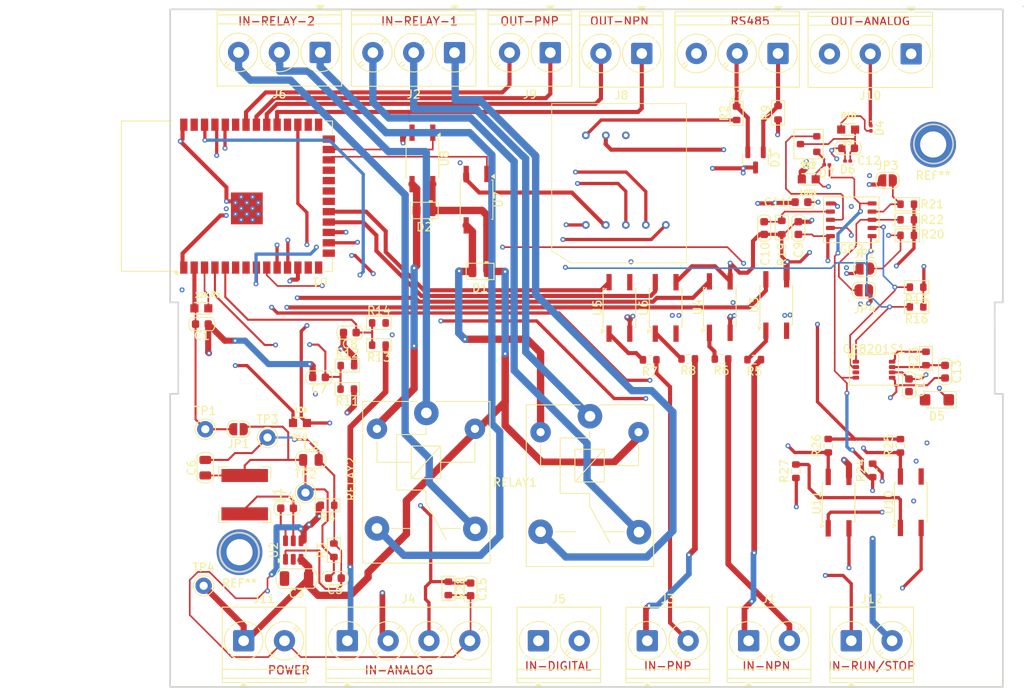
<source format=kicad_pcb>
(kicad_pcb (version 20241229) (generator "pcbnew") (generator_version "9.0")
  (layers (0 "F.Cu" signal) (4 "In1.Cu" signal) (6 "In2.Cu" signal) (2 "B.Cu" signal) (13 "F.Paste" user) (15 "B.Paste" user) (5 "F.SilkS" user "F.Silkscreen") (7 "B.SilkS" user "B.Silkscreen") (1 "F.Mask" user) (3 "B.Mask" user) (25 "Edge.Cuts" user))
  (net 0 "")
  (net 1 "GND")
  (net 2 "+3.3V")
  (net 3 "/BOARD/ANAG_0-32-IN")
  (net 4 "/BOARD/ANAG_0-10-IN")
  (net 5 "/BOARD/IN_mA-ANAG")
  (net 6 "/BOARD/RELAY1_COS")
  (net 7 "/BOARD/RELAY1_NC")
  (net 8 "/BOARD/RELAY1_NO")
  (net 9 "/BOARD/RELAY2_COS")
  (net 10 "/BOARD/RELA2_NO")
  (net 11 "/BOARD/RELAY2_NC")
  (net 12 "/BOARD/RS-485B")
  (net 13 "/BOARD/RS-485A")
  (net 14 "/BOARD/OUT_4-20mA-ANAG")
  (net 15 "/BOARD/IN_NPN2")
  (net 16 "/BOARD/IN_NPN1")
  (net 17 "/BOARD/IN-PNP2")
  (net 18 "/BOARD/IN-PNP1")
  (net 19 "/BOARD/IN_DIGITAL_1")
  (net 20 "VCC")
  (net 21 "Net-(U2-BST)")
  (net 22 "Net-(U2-SW)")
  (net 23 "Net-(R8-Pad2)")
  (net 24 "Net-(R7-Pad2)")
  (net 25 "Net-(U9-B)")
  (net 32 "Net-(R6-Pad2)")
  (net 33 "Net-(R5-Pad2)")
  (net 37 "Net-(U1-EN)")
  (net 39 "/BOARD/OUTPUT_NPN1")
  (net 41 "/BOARD/INPUT_NPN/OUTPUT_NPN1")
  (net 42 "/BOARD/INPUT_PNP/OUTPUT-PNP2")
  (net 44 "/BOARD/INPUT_NPN/OUTPUT_NPN2")
  (net 46 "/BOARD/OUTPUT-PNP1")
  (net 47 "/BOARD/OUTPUT_NPN2")
  (net 49 "Net-(U2-FB)")
  (net 50 "/BOARD/INPUT_PNP/OUTPUT-PNP1")
  (net 51 "Net-(JP1-A)")
  (net 52 "/BOARD/RS485-DRIVER/UART-IN")
  (net 53 "/BOARD/RS485-DRIVER/UART-OUT")
  (net 54 "/BOARD/OUTPUT-PNP2")
  (net 55 "Net-(D2-A)")
  (net 56 "Net-(D1-A)")
  (net 57 "/BOARD/RELAY-SETUP/ACT_RELAY2")
  (net 58 "/BOARD/RELAY-SETUP/ACT_RELAY1")
  (net 59 "Net-(U9-A)")
  (net 60 "/BOARD/RS485-DRIVER/~{TX}{slash}RX")
  (net 62 "/BOARD/~{RUN}{slash}STOP")
  (net 63 "/BOARD/VOLTAGE entrada/ANAG_0-10-OUT")
  (net 64 "/BOARD/VOLTAGE entrada/ANAG_0-32-OUT")
  (net 65 "Net-(GP2-V5V)")
  (net 66 "Net-(GP2-SET)")
  (net 67 "Net-(D4-A)")
  (net 68 "/BOARD/salida mA/SDA_OUT")
  (net 69 "Net-(GP2-A0)")
  (net 70 "i_out")
  (net 71 "Net-(GP2-A1)")
  (net 72 "Net-(GP2-A2)")
  (net 73 "/BOARD/salida mA/SCLK_OUT")
  (net 75 "/ANAG_V-OUT")
  (net 76 "Net-(D7-A2)")
  (net 77 "Net-(D6-A1)")
  (net 78 "Net-(GP8201S1-SEL)")
  (net 79 "/BOARD/ANAG_VOL-OUT")
  (net 80 "Net-(GP8201S1-V5V)")
  (net 82 "/BOARD/IN_DIGITAL_0")
  (net 83 "Net-(R24-Pad2)")
  (net 84 "/BOARD/DIG_IN/OUT_DIGITAL_0")
  (net 85 "/BOARD/DIG_IN/OUT_DIGITAL_1")
  (net 86 "Net-(R27-Pad2)")
  (footprint "PCM_Capacitor_SMD_AKL:C_0603_1608Metric" (layer "F.Cu") (at 157.844798 135.126939 -90)
    (property "Reference" "C15")
    (property "Value" "100nF" (hide yes))
  )
  (footprint "PCM_Resistor_SMD_AKL:R_0603_1608Metric" (layer "F.Cu") (at 211.335 89.858 180)
    (property "Reference" "R22")
    (property "Value" "10k" (hide yes))
  )
  (footprint "PCM_4ms_Resistor:R_0603" (layer "F.Cu") (at 199.27 84.905 180)
    (property "Reference" "R17")
    (property "Value" "100k")
  )
  (footprint "Package_SO:SO-4_4.4x3.6mm_P2.54mm" (layer "F.Cu") (at 158.5792 87.3946 -90)
    (property "Reference" "U7")
    (property "Value" "LTV-357TB")
  )
  (footprint "Diode_SMD:D_SMF" (layer "F.Cu") (at 214.9689 111.9072 180)
    (property "Reference" "D5")
    (property "Value" "SMF24A")
  )
  (footprint "PCM_Resistor_SMD_AKL:R_0603_1608Metric" (layer "F.Cu") (at 155.1248 135.007 -90)
    (property "Reference" "R28")
    (property "Value" "120" (hide yes))
  )
  (footprint "PCM_Resistor_SMD_AKL:R_0603_1608Metric" (layer "F.Cu") (at 195.968 90.811 -90)
    (property "Reference" "R19")
    (property "Value" "2.5k" (hide yes))
  )
  (footprint "Connector_Pin:Pin_D1.0mm_L10.0mm" (layer "F.Cu") (at 132.976 116.528 180)
    (property "Reference" "TP3")
    (property "Value" "TestPoint")
  )
  (footprint "Inductor_SMD:L_Bourns-SRN6028" (layer "F.Cu") (at 130.182 123.5262 90)
    (property "Reference" "L1")
    (property "Value" "6.8uH")
  )
  (footprint "PCM_Capacitor_SMD_AKL:C_0603_1608Metric" (layer "F.Cu") (at 124.9366 102.6342 180)
    (property "Reference" "C1")
    (property "Value" "1uF" (hide yes))
  )
  (footprint "Resistor_SMD:R_0603_1608Metric" (layer "F.Cu") (at 207.0932 120.5534 90)
    (property "Reference" "R24")
    (property "Value" "910")
  )
  (footprint "PCM_Resistor_SMD_AKL:R_0603_1608Metric" (layer "F.Cu") (at 212.478 100.526 180)
    (property "Reference" "R16")
    (property "Value" "4.7k" (hide yes))
  )
  (footprint "TerminalBlock_Phoenix:TerminalBlock_Phoenix_PT-1,5-2-5.0-H_1x02_P5.00mm_Horizontal" (layer "F.Cu") (at 179.498 141.4225)
    (property "Reference" "J3")
    (property "Value" "IN-PNP")
  )
  (footprint "PCM_Capacitor_SMD_AKL:C_0603_1608Metric" (layer "F.Cu") (at 193.809 90.874 -90)
    (property "Reference" "C10")
    (property "Value" "220pF" (hide yes))
  )
  (footprint "MountingHole:MountingHole_3.2mm_M3_DIN965_Pad" (layer "F.Cu") (at 129.547 130.5742 180)
    (property "Reference" "REF**")
    (property "Value" "MountingHole_3.2mm_M3_DIN965_Pad")
  )
  (footprint "Jumper:SolderJumper-2_P1.3mm_Open_RoundedPad1.0x1.5mm" (layer "F.Cu") (at 208.922 85.032)
    (property "Reference" "JP3")
    (property "Value" "SolderJumper_2_Open")
  )
  (footprint "PCM_4ms_Resistor:R_0603" (layer "F.Cu") (at 204.096 78.809 180)
    (property "Reference" "R18")
    (property "Value" "15")
  )
  (footprint "TerminalBlock_Phoenix:TerminalBlock_Phoenix_PT-1,5-3-5.0-H_1x03_P5.00mm_Horizontal" (layer "F.Cu") (at 139.4276 69.3602 180)
    (property "Reference" "J6")
    (property "Value" "IN-RELAY-2")
  )
  (footprint "PCM_Resistor_SMD_AKL:R_0603_1608Metric" (layer "F.Cu") (at 142.765 107.72)
    (property "Reference" "R12")
    (property "Value" "16k" (hide yes))
  )
  (footprint "PCM_Resistor_SMD_AKL:R_0603_1608Metric" (layer "F.Cu") (at 213.6264 106.8472 90)
    (property "Reference" "R23")
    (property "Value" "10k" (hide yes))
  )
  (footprint "TerminalBlock_Phoenix:TerminalBlock_Phoenix_PT-1,5-2-5.0-H_1x02_P5.00mm_Horizontal" (layer "F.Cu") (at 178.8192 69.4872 180)
    (property "Reference" "J8")
    (property "Value" "OUT-NPN")
  )
  (footprint "Diode_SMD:D_0201_0603Metric" (layer "F.Cu") (at 206.89 78.646 -90)
    (property "Reference" "D4")
    (property "Value" "1N4007")
  )
  (footprint "RF_Module:ESP32-S3-WROOM-1" (layer "F.Cu") (at 127.9848 86.9624 90)
    (property "Reference" "U1")
    (property "Value" "ESP32-S3-WROOM-1")
  )
  (footprint "Package_SO:SO-4_4.4x3.6mm_P2.54mm" (layer "F.Cu") (at 151.9498 82.34 -90)
    (property "Reference" "U8")
    (property "Value" "LTV-357TB")
  )
  (footprint "Resistor_SMD:R_0603_1608Metric" (layer "F.Cu") (at 197.6952 120.655 90)
    (property "Reference" "R27")
    (property "Value" "910")
  )
  (footprint "Resistor_SMD:R_0603_1608Metric" (layer "F.Cu") (at 201.6576 117.5318 90)
    (property "Reference" "R26")
    (property "Value" "412")
  )
  (footprint "Connector_Pin:Pin_D1.0mm_L10.0mm" (layer "F.Cu") (at 125.1528 134.689 180)
    (property "Reference" "TP4")
    (property "Value" "TestPoint")
  )
  (footprint "PCM_Resistor_SMD_AKL:R_0603_1608Metric" (layer "F.Cu") (at 212.478 98.113 180)
    (property "Reference" "R15")
    (property "Value" "4.7k" (hide yes))
  )
  (footprint "PCM_Capacitor_SMD_AKL:C_0603_1608Metric" (layer "F.Cu") (at 215.9664 108.4622 -90)
    (property "Reference" "C13")
    (property "Value" "1uF" (hide yes))
  )
  (footprint "PCM_Capacitor_SMD_AKL:C_0805_2012Metric" (layer "F.Cu") (at 138.2948 119.2712)
    (property "Reference" "C2")
    (property "Value" "22uF" (hide yes))
  )
  (footprint "Connector_Pin:Pin_D1.0mm_L10.0mm" (layer "F.Cu") (at 125.356 115.512 180)
    (property "Reference" "TP1")
    (property "Value" "TestPoint")
  )
  (footprint "Package_SO:SO-4_4.4x3.6mm_P2.54mm" (layer "F.Cu") (at 202.9276 124.5032 90)
    (property "Reference" "U11")
    (property "Value" "LTV-357TB")
  )
  (footprint "PCM_Diode_SMD_AKL:D_0805_2012Metric" (layer "F.Cu") (at 159.011 96.1826 180)
    (property "Reference" "D1")
    (property "Value" "CD4148WS" (hide yes))
  )
  (footprint "PCM_Resistor_SMD_AKL:R_0603_1608Metric" (layer "F.Cu") (at 195.5108 76.7516 90)
    (property "Reference" "R9")
    (property "Value" "120" (hide yes))
  )
  (footprint "Jumper:SolderJumper-2_P1.3mm_Open_RoundedPad1.0x1.5mm" (layer "F.Cu") (at 206.143 95.827)
    (property "Reference" "JP2")
    (property "Value" "SolderJumper_2_Open")
  )
  (footprint "PCM_Resistor_SMD_AKL:R_0603_1608Metric" (layer "F.Cu") (at 140.3288 124.8338 180)
    (property "Reference" "R4")
    (property "Value" "22k" (hide yes))
  )
  (footprint "PCM_Package_SO_AKL:OnSemi_Micro8" (layer "F.Cu") (at 207.2614 108.2222)
    (property "Reference" "GP8201S1")
    (property "Value" "~" (hide yes))
  )
  (footprint "PCM_Capacitor_SMD_AKL:C_0805_2012Metric" (layer "F.Cu") (at 125.356 120.2212 90)
    (property "Reference" "C6")
    (property "Value" "22uF" (hide yes))
  )
  (footprint "PCM_Diode_SMD_AKL:D_0805_2012Metric" (layer "F.Cu") (at 152.1784 88.715 180)
    (property "Reference" "D2")
    (property "Value" "CD4148WS" (hide yes))
  )
  (footprint "TerminalBlock_Phoenix:TerminalBlock_Phoenix_PT-1,5-3-5.0-H_1x03_P5.00mm_Horizontal" (layer "F.Cu") (at 195.507 69.4872 180)
    (property "Reference" "J7")
    (property "Value" "RS485")
  )
  (footprint "PCM_Capacitor_SMD_AKL:C_0603_1608Metric" (layer "F.Cu") (at 204.096 81.095 180)
    (property "Reference" "C12")
    (property "Value" "0.1uF" (hide yes))
  )
  (footprint "Resistor_SMD:R_0603_1608Metric" (layer "F.Cu") (at 192.59 106.99 180)
    (property "Reference" "R5")
    (property "Value" "910")
  )
  (footprint "PCM_4ms_Resistor:R_0603" (layer "F.Cu") (at 124.8734 100.7038)
    (property "Reference" "R1")
    (property "Value" "22K")
  )
  (footprint "Jumper:SolderJumper-2_P1.3mm_Open_RoundedPad1.0x1.5mm" (layer "F.Cu") (at 129.42 115.512 180)
    (property "Reference" "JP1")
    (property "Value" "SolderJumper_2_Open")
  )
  (footprint "TerminalBlock_Phoenix:TerminalBlock_Phoenix_PT-1,5-3-5.0-H_1x03_P5.00mm_Horizontal" (layer "F.Cu") (at 211.81 69.5355 180)
    (property "Reference" "J10")
    (property "Value" "OUT-ANALOG")
  )
  (footprint "Resistor_SMD:R_0603_1608Metric" (layer "F.Cu") (at 179.7882 107.0152 180)
    (property "Reference" "R7")
    (property "Value" "910")
  )
  (footprint "PCM_4ms_Resistor:R_0603" (layer "F.Cu") (at 136.952 114.75)
    (property "Reference" "R10")
    (property "Value" "10k")
  )
  (footprint "TerminalBlock_Phoenix:TerminalBlock_Phoenix_PT-1,5-2-5.0-H_1x02_P5.00mm_Horizontal" (layer "F.Cu") (at 191.904 141.42)
    (property "Reference" "J1")
    (property "Value" "IN-NPN")
  )
  (footprint "PCM_Resistor_SMD_AKL:R_0603_1608Metric" (layer "F.Cu") (at 211.335 91.763 180)
    (property "Reference" "R20")
    (property "Value" "10k" (hide yes))
  )
  (footprint "Relay_THT:Relay_SPDT_SANYOU_SRD_Series_Form_C" (layer "F.Cu") (at 172.473 113.9208 -90)
    (property "Reference" "RELAY1")
    (property "Value" "SANYOU_SRD_Form_C")
  )
  (footprint "PCM_Capacitor_SMD_AKL:C_0603_1608Metric" (layer "F.Cu") (at 141.231 133.7492 180)
    (property "Reference" "C5")
    (property "Value" "100PF" (hide yes))
  )
  (footprint "Package_SO:SO-4_4.4x3.6mm_P2.54mm" (layer "F.Cu") (at 211.7668 124.4524 90)
    (property "Reference" "U10")
    (property "Value" "LTV-357TB")
  )
  (footprint "PCM_Resistor_SMD_AKL:R_0603_1608Metric" (layer "F.Cu") (at 142.745 110.6 180)
    (property "Reference" "R11")
    (property "Value" "51k" (hide yes))
  )
  (footprint "TerminalBlock_Phoenix:TerminalBlock_Phoenix_PT-1,5-4-5.0-H_1x04_P5.00mm_Horizontal" (layer "F.Cu") (at 142.755 141.42)
    (property "Reference" "J4")
    (property "Value" "IN-ANALOG")
  )
  (footprint "PCM_Capacitor_SMD_AKL:C_1206_3216Metric" (layer "F.Cu") (at 136.532 133.8 180)
    (property "Reference" "C3")
    (property "Value" "10uF" (hide yes))
  )
  (footprint "PCM_Resistor_SMD_AKL:R_0603_1608Metric" (layer "F.Cu") (at 146.62 105.215 180)
    (property "Reference" "R13")
    (property "Value" "51k" (hide yes))
  )
  (footprint "Resistor_SMD:R_0603_1608Metric" (layer "F.Cu") (at 210.4968 117.544 90)
    (property "Reference" "R25")
    (property "Value" "412")
  )
  (footprint "Resistor_SMD:R_0603_1608Metric" (layer "F.Cu") (at 188.585 106.91 180)
    (property "Reference" "R6")
    (property "Value" "910")
  )
  (footprint "Resistor_SMD:R_0603_1608Metric" (layer "F.Cu") (at 184.508 106.9014 180)
    (property "Reference" "R8")
    (property "Value" "910")
  )
  (footprint "TerminalBlock_Phoenix:TerminalBlock_Phoenix_PT-1,5-2-5.0-H_1x02_P5.00mm_Horizontal" (layer "F.Cu") (at 130.055 141.42)
    (property "Reference" "J11")
    (property "Value" "POWER")
  )
  (footprint "PCM_Resistor_SMD_AKL:R_0603_1608Metric" (layer "F.Cu") (at 190.4308 76.8146 90)
    (property "Reference" "R2")
    (property "Value" "120" (hide yes))
  )
  (footprint "PCM_Package_TO_SOT_SMD_AKL:SOT-23" (layer "F.Cu") (at 199.254 80.587 180)
    (property "Reference" "Q1")
    (property "Value" "AO3401A" (hide yes))
  )
  (footprint "Jumper:SolderJumper-2_P1.3mm_Open_RoundedPad1.0x1.5mm" (layer "F.Cu") (at 206.016 98.494 180)
    (property "Reference" "JP4")
    (property "Value" "SolderJumper_2_Open")
  )
  (footprint "Package_TO_SOT_SMD:SOT-23" (layer "F.Cu") (at 192.7524 82.5151 -90)
    (property "Reference" "D3")
    (property "Value" "SM712_SOT23")
  )
  (footprint "TerminalBlock_Phoenix:TerminalBlock_Phoenix_PT-1,5-2-5.0-H_1x02_P5.00mm_Horizontal" (layer "F.Cu") (at 166.163 141.4225)
    (property "Reference" "J5")
    (property "Value" "IN-DIGITAL")
  )
  (footprint "Relay_THT:Relay_SPDT_SANYOU_SRD_Series_Form_C" (layer "F.Cu") (at 152.4324 113.5144 -90)
    (property "Reference" "RELAY2")
    (property "Value" "SANYOU_SRD_Form_C")
  )
  (footprint "PCM_Resistor_SMD_AKL:R_0603_1608Metric" (layer "F.Cu") (at 211.335 87.953 180)
    (property "Reference" "R21")
    (property "Value" "10k" (hide yes))
  )
  (footprint "Package_TO_SOT_SMD:TSOT-23-6" (layer "F.Cu") (at 136.1311 130.31 90)
    (property "Reference" "U2")
    (property "Value" "AP63200WU")
  )
  (footprint "PCM_Capacitor_SMD_AKL:C_0603_1608Metric" (layer "F.Cu") (at 198 90.874 90)
    (property "Reference" "C9")
    (property "Value" "1uF" (hide yes))
  )
  (footprint "TerminalBlock_Phoenix:TerminalBlock_Phoenix_PT-1,5-2-5.0-H_1x02_P5.00mm_Horizontal" (layer "F.Cu") (at 167.6178 69.3856 180)
    (property "Reference" "J9")
    (property "Value" "OUT-PNP")
  )
  (footprint "PCM_Capacitor_SMD_AKL:C_0603_1608Metric" (layer "F.Cu") (at 139.285 109.16 180)
    (property "Reference" "C7")
    (property "Value" "100nF" (hide yes))
  )
  (footprint "TerminalBlock_Phoenix:TerminalBlock_Phoenix_PT-1,5-2-5.0-H_1x02_P5.00mm_Horizontal" (layer "F.Cu") (at 204.477 141.42)
    (property "Reference" "J12")
    (property "Value" "IN-RUN/STOP")
  )
  (footprint "Package_SO:SO-4_4.4x3.6mm_P2.54mm" (layer "F.Cu") (at 181.744 100.6526 90)
    (property "Reference" "U6")
    (property "Value" "LTV-357TB")
  )
  (footprint "Diode_SMD:D_0201_0603Metric" (layer "F.Cu") (at 204.0325 82.66 180)
    (property "Reference" "D6")
    (property "Value" "SMF24A")
  )
  (footprint "PCM_Resistor_SMD_AKL:R_0603_1608Metric" (layer "F.Cu") (at 146.62 102.495)
    (property "Reference" "R14")
    (property "Value" "16k" (hide yes))
  )
  (footprint "PCM_Capacitor_SMD_AKL:C_0603_1608Metric" (layer "F.Cu") (at 135.376 125.1894)
    (property "Reference" "C4")
    (property "Value" "100nF" (hide yes))
  )
  (footprint "Diode_SMD:D_0201_0603Metric" (layer "F.Cu") (at 201.48 83.13 180)
    (property "Reference" "D7")
    (property "Value" "SMF24A")
  )
  (footprint "TerminalBlock_Phoenix:TerminalBlock_Phoenix_PT-1,5-3-5.0-H_1x03_P5.00mm_Horizontal" (layer "F.Cu") (at 155.883 69.3856 180)
    (property "Reference" "J2")
    (property "Value" "IN-RELAY-1")
  )
  (footprint "PCM_Capacitor_SMD_AKL:C_0603_1608Metric" (layer "F.Cu") (at 211.5464 110.1322 -90)
    (property "Reference" "C14")
    (property "Value" "100nF" (hide yes))
  )
  (footprint "PCM_Resistor_SMD_AKL:R_0603_1608Metric" (layer "F.Cu") (at 141.104 130.3324 90)
    (property "Reference" "R3")
    (property "Value" "22k" (hide yes))
  )
  (footprint "Package_SO:SO-4_4.4x3.6mm_P2.54mm" (layer "F.Cu") (at 188.3734 100.5514 90)
    (property "Reference" "U4")
    (property "Value" "LTV-357TB")
  )
  (footprint "PCM_Capacitor_SMD_AKL:C_0603_1608Metric" (layer "F.Cu") (at 143.06 103.67 180)
    (property "Reference" "C8")
    (property "Value" "100nF" (hide yes))
  )
  (footprint "PCM_Package_SO_AKL:SSOP-10_3.9x4.9mm_P1.00mm" (layer "F.Cu") (at 204.477 89.858 180)
    (property "Reference" "GP2")
    (property "Value" "~" (hide yes))
  )
  (footprint "MountingHole:MountingHole_3.2mm_M3_DIN965_Pad" (layer "F.Cu") (at 214.51 80.6378 180)
    (property "Reference" "REF**")
    (property "Value" "MountingHole_3.2mm_M3_DIN965_Pad" (hide yes))
  )
  (footprint "Connector_Pin:Pin_D1.0mm_L10.0mm" (layer "F.Cu") (at 137.6242 123.2844 180)
    (property "Reference" "TP2")
    (property "Value" "TestPoint")
  )
  (footprint "RSM3485ECHT:RSM3485ECHT" (layer "F.Cu") (at 184.285 85.373 90)
    (property "Reference" "U9" (hide yes))
    (property "Value" "~")
  )
  (footprint "Package_SO:SO-4_4.4x3.6mm_P2.54mm" (layer "F.Cu") (at 176.0798 100.653 90)
    (property "Reference" "U5")
    (property "Value" "LTV-357TB")
  )
  (footprint "Package_SO:SO-4_4.4x3.6mm_P2.54mm" (layer "F.Cu") (at 195.2885 100.2974 90)
    (property "Reference" "U3")
    (property "Value" "LTV-357TB")
  )
  (footprint "PCM_Capacitor_SMD_AKL:C_0603_1608Metric" (layer "F.Cu") (at 198.381 87.699 180)
    (property "Reference" "C11")
    (property "Value" "1uF" (hide yes))
  )
  (gr_line (start 222.047 101.5242) (end 222.047 108.0742) (stroke (width 0.2)) (layer "Edge.Cuts"))
  (gr_line (start 225.546994 63.724217) (end 225.547 63.724217) (stroke (width 0.2)) (layer "Edge.Cuts"))
  (gr_circle (center 129.547 130.5742) (end 129.547 129.1742) (stroke (width 0.2)) (fill no) (layer "Edge.Cuts"))
  (gr_line (start 222.047 99.9742) (end 222.047 103.0742) (stroke (width 0.2)) (layer "Edge.Cuts"))
  (gr_line (start 122.047 99.9742) (end 122.047 103.0742) (stroke (width 0.2)) (layer "Edge.Cuts"))
  (gr_line (start 122.047 108.0742) (end 122.047 111.1742) (stroke (width 0.2)) (layer "Edge.Cuts"))
  (gr_line (start 122.047 103.0742) (end 122.047 108.0742) (stroke (width 0.2)) (layer "Edge.Cuts"))
  (gr_line (start 121.047 64.0742) (end 121.047 99.9742) (stroke (width 0.2)) (layer "Edge.Cuts"))
  (gr_line (start 223.047 147.0742) (end 223.047 111.1742) (stroke (width 0.2)) (layer "Edge.Cuts"))
  (gr_circle (center 214.547001 80.5742) (end 214.547001 79.1742) (stroke (width 0.2)) (fill no) (layer "Edge.Cuts"))
  (gr_line (start 222.047 111.1742) (end 223.047 111.1742) (stroke (width 0.2)) (layer "Edge.Cuts"))
  (gr_line (start 122.047 111.1742) (end 121.047 111.1742) (stroke (width 0.2)) (layer "Edge.Cuts"))
  (gr_line (start 223.047 99.9742) (end 223.047 64.0742) (stroke (width 0.2)) (layer "Edge.Cuts"))
  (gr_line (start 121.047 99.9742) (end 122.047 99.9742) (stroke (width 0.2)) (layer "Edge.Cuts"))
  (gr_line (start 121.047 147.0742) (end 223.047 147.0742) (stroke (width 0.2)) (layer "Edge.Cuts"))
  (gr_line (start 222.047 108.0742) (end 222.047 111.1742) (stroke (width 0.2)) (layer "Edge.Cuts"))
  (gr_circle (center 129.5 130.6) (end 129.5 128.2) (stroke (width 0.2)) (fill no) (layer "Edge.Cuts"))
  (gr_circle (center 129.547 130.5742) (end 129.547 128.1742) (stroke (width 0.2)) (fill no) (layer "Edge.Cuts"))
  (gr_line (start 121.047 111.1742) (end 121.047 147.0742) (stroke (width 0.2)) (layer "Edge.Cuts"))
  (gr_line (start 223.047 64.0742) (end 121.047 64.0742) (stroke (width 0.2)) (layer "Edge.Cuts"))
  (gr_circle (center 214.547001 80.5742) (end 214.547001 78.1742) (stroke (width 0.2)) (fill no) (layer "Edge.Cuts"))
  (gr_circle (center 129.5 130.6) (end 129.5 129.2) (stroke (width 0.2)) (fill no) (layer "Edge.Cuts"))
  (gr_line (start 223.047 99.9742) (end 222.047 99.9742) (stroke (width 0.2)) (layer "Edge.Cuts"))
  (segment (start 177.1178 101.818) (end 177.045 101.818) (width 0.75) (layer "F.Cu") (net 1))
  (segment (start 177.3498 103.803) (end 177.3498 102.05) (width 0.5) (layer "F.Cu") (net 1))
  (segment (start 210 110.9288) (end 209.2776 111.6512) (width 0.25) (layer "F.Cu") (net 1))
  (segment (start 192.7524 83.4526) (end 191.3498 83.4526) (width 0.5) (layer "F.Cu") (net 1))
  (segment (start 125.857378 132.988) (end 129.089925 136.220547) (width 0.2) (layer "F.Cu") (net 1))
  (segment (start 209.8364 110.1272) (end 209.8364 109.5472) (width 0.25) (layer "F.Cu") (net 1))
  (segment (start 129.0136 104.6662) (end 127.7436 104.6662) (width 0.75) (layer "F.Cu") (net 1))
  (segment (start 132.976 135.324) (end 132.976 133.8) (width 0.2) (layer "F.Cu") (net 1))
  (segment (start 206.61 100.09) (end 206.847 99.853) (width 0.5) (layer "F.Cu") (net 1))
  (segment (start 137.2321 127.8449) (end 137.2321 127.704) (width 0.75) (layer "F.Cu") (net 1))
  (segment (start 139.1786 124.5086) (end 139.5038 124.8338) (width 0.2) (layer "F.Cu") (net 1))
  (segment (start 202.438 87.858) (end 201.927 87.858) (width 0.4) (layer "F.Cu") (net 1))
  (segment (start 202.08 81.77) (end 202.7 82.39) (width 0.2) (layer "F.Cu") (net 1))
  (segment (start 123.4518 133.984422) (end 124.448222 132.988) (width 0.2) (layer "F.Cu") (net 1))
  (segment (start 198.42 84.905) (end 198.42 83.98) (width 0.75) (layer "F.Cu") (net 1))
  (segment (start 202.8 88.22) (end 202.438 87.858) (width 0.4) (layer "F.Cu") (net 1))
  (segment (start 138.51 109.16) (end 138.51 107.754) (width 0.75) (layer "F.Cu") (net 1))
  (segment (start 127.9468 87.5974) (end 127.9468 85.8868) (width 0.5) (layer "F.Cu") (net 1))
  (segment (start 157.3092 84.9246) (end 157.3092 84.2446) (width 0.75) (layer "F.Cu") (net 1))
  (segment (start 191.2436 83.5588) (end 187.4844 83.5588) (width 0.5) (layer "F.Cu") (net 1))
  (segment (start 127.9468 85.8868) (end 122.3 80.24) (width 0.5) (layer "F.Cu") (net 1))
  (segment (start 203.321 81.095) (end 202.345 81.095) (width 0.2) (layer "F.Cu") (net 1))
  (segment (start 215.9664 109.2372) (end 214.6864 109.2372) (width 0.25) (layer "F.Cu") (net 1))
  (segment (start 122.5688 93.9864) (end 122.5688 95.7124) (width 0.5) (layer "F.Cu") (net 1))
  (segment (start 210 110.2908) (end 210 110.9288) (width 0.25) (layer "F.Cu") (net 1))
  (segment (start 208.091 85.213) (end 208.091 85.032) (width 0.75) (layer "F.Cu") (net 1))
  (segment (start 197.515 87.79) (end 197.606 87.699) (width 0.5) (layer "F.Cu") (net 1))
  (segment (start 192.441 92.464918) (end 193.256918 91.649) (width 0.5) (layer "F.Cu") (net 1))
  (segment (start 142.285 103.67) (end 142.285 105.345) (width 0.75) (layer "F.Cu") (net 1))
  (segment (start 206.847 99.853) (end 206.847 98.494) (width 0.5) (layer "F.Cu") (net 1))
  (segment (start 170.254663 86.5232) (end 158.9078 86.5232) (width 0.5) (layer "F.Cu") (net 1))
  (segment (start 195.968 91.636) (end 195.968 94.3538) (width 0.4) (layer "F.Cu") (net 1))
  (segment (start 196.5585 97.1474) (end 196.5585 95.0841) (width 0.75) (layer "F.Cu") (net 1))
  (segment (start 128.8798 87.5974) (end 129.0448 87.7624) (width 0.5) (layer "F.Cu") (net 1))
  (segment (start 209.8364 110.1272) (end 210 110.2908) (width 0.25) (layer "F.Cu") (net 1))
  (segment (start 195.968 91.636) (end 196.21417 91.636) (width 0.4) (layer "F.Cu") (net 1))
  (segment (start 204.1976 121.3532) (end 204.1976 119.8808) (width 0.75) (layer "F.Cu") (net 1))
  (segment (start 127.2306 89.3246) (end 122.5688 93.9864) (width 0.5) (layer "F.Cu") (net 1))
  (segment (start 174.224463 90.493) (end 170.254663 86.5232) (width 0.5) (layer "F.Cu") (net 1))
  (segment (start 155.1248 135.832) (end 157.774859 135.832) (width 0.2) (layer "F.Cu") (net 1))
  (segment (start 157.844798 141.330202) (end 157.755 141.42) (width 0.2) (layer "F.Cu") (net 1))
  (segment (start 203.715 81.489) (end 203.321 81.095) (width 0.2) (layer "F.Cu") (net 1))
  (segment (start 138.056 127.196) (end 138.276951 127.196) (width 0.75) (layer "F.Cu") (net 1))
  (segment (start 190.81324 96.341) (end 191.76676 96.341) (width 0.5) (layer "F.Cu") (net 1))
  (segment (start 189.6434 95.17116) (end 190.81324 96.341) (width 0.5) (layer "F.Cu") (net 1))
  (segment (start 191.3498 83.4526) (end 191.2436 83.5588) (width 0.5) (layer "F.Cu") (net 1))
  (segment (start 196.21417 91.636) (end 197.75117 90.099) (width 0.2) (layer "F.Cu") (net 1))
  (segment (start 124.448222 132.988) (end 125.857378 132.988) (width 0.2) (layer "F.Cu") (net 1))
  (segment (start 193.02 87.85) (end 195.06 87.85) (width 0.5) (layer "F.Cu") (net 1))
  (segment (start 191.2436 83.5588) (end 191.2436 84.1176) (width 0.5) (layer "F.Cu") (net 1))
  (segment (start 196.6284 95.0142) (end 198.2158 95.0142) (width 0.4) (layer "F.Cu") (net 1))
  (segment (start 155.754 143.421) (end 137.056 143.421) (width 0.2) (layer "F.Cu") (net 1))
  (segment (start 196.5585 95.0841) (end 196.6284 95.0142) (width 0.75) (layer "F.Cu") (net 1))
  (segment (start 158.9078 86.5232) (end 157.3092 84.9246) (width 0.5) (layer "F.Cu") (net 1))
  (segment (start 150.6798 79.19) (end 149.6098 79.19) (width 0.75) (layer "F.Cu") (net 1))
  (segment (start 213.7964 110.1272) (end 209.8364 110.1272) (width 0.25) (layer "F.Cu") (net 1))
  (segment (start 191.76676 96.341) (end 192.441 95.66676) (width 0.5) (layer "F.Cu") (net 1))
  (segment (start 187.7924 95.5504) (end 184.9662 95.5504) (width 0.5) (layer "F.Cu") (net 1))
  (segment (start 195.968 94.3538) (end 196.6284 95.0142) (width 0.4) (layer "F.Cu") (net 1))
  (segment (start 133.054 143.421) (end 128.604156 143.421) (width 0.2) (layer "F.Cu") (net 1))
  (segment (start 198.2158 95.0142) (end 199.37 93.86) (width 0.4) (layer "F.Cu") (net 1))
  (segment (start 214.6864 109.2372) (end 213.7964 110.1272) (width 0.25) (layer "F.Cu") (net 1))
  (segment (start 157.755 141.42) (end 155.754 143.421) (width 0.2) (layer "F.Cu") (net 1))
  (segment (start 184.9662 95.5504) (end 183.014 97.5026) (width 0.5) (layer "F.Cu") (net 1))
  (segment (start 135.055 141.42) (end 133.054 143.421) (width 0.2) (layer "F.Cu") (net 1))
  (segment (start 125.7116 102.6342) (end 125.7116 106.1016) (width 0.75) (layer "F.Cu") (net 1))
  (segment (start 205.487 95.833) (end 205.487 95.827) (width 0.4) (layer "F.Cu") (net 1))
  (segment (start 174.415 90.493) (end 174.224463 90.493) (width 0.75) (layer "F.Cu") (net 1))
  (segment (start 204.88 96.44) (end 205.487 95.833) (width 0.4) (layer "F.Cu") (net 1))
  (segment (start 142.285 105.345) (end 141.99 105.64) (width 0.75) (layer "F.Cu") (net 1))
  (segment (start 137.056 143.421) (end 135.055 141.42) (width 0.2) (layer "F.Cu") (net 1))
  (segment (start 192.441 95.66676) (end 192.441 92.464918) (width 0.5) (layer "F.Cu") (net 1))
  (segment (start 202.08 81.36) (end 202.08 81.77) (width 0.2) (layer "F.Cu") (net 1))
  (segment (start 122.3 80.24) (end 122.5688 79.9712) (width 0.5) (layer "F.Cu") (net 1))
  (segment (start 198 90.099) (end 199.485 90.099) (width 0.5) (layer "F.Cu") (net 1))
  (segment (start 206.68 85.54) (end 207.764 85.54) (width 0.5) (layer "F.Cu") (net 1))
  (segment (start 203.91 96.44) (end 204.88 96.44) (width 0.4) (layer "F.Cu") (net 1))
  (segment (start 202.345 81.095) (end 202.08 81.36) (width 0.2) (layer "F.Cu") (net 1))
  (segment (start 139.241 126.231951) (end 139.241 124.8338) (width 0.75) (layer "F.Cu") (net 1))
  (segment (start 207.764 85.54) (end 208.091 85.213) (width 0.5) (layer "F.Cu") (net 1))
  (segment (start 132.699156 135.324) (end 132.976 135.324) (width 0.2) (layer "F.Cu") (net 1))
  (segment (start 193.822 91.636) (end 193.809 91.649) (width 0.75) (layer "F.Cu") (net 1))
  (segment (start 127.7436 104.6662) (end 125.7116 102.6342) (width 0.75) (layer "F.Cu") (net 1))
  (segment (start 137.4071 127.8449) (end 137.4071 129.1725) (width 0.75) (layer "F.Cu") (net 1))
  (segment (start 193.256918 91.649) (end 193.809 91.649) (width 0.5) (layer "F.Cu") (net 1))
  (segment (start 143.59 106.65) (end 142.285 105.345) (width 0.75) (layer "F.Cu") (net 1))
  (segment (start 203.715 82.746) (end 203.715 81.489) (width 0.2) (layer "F.Cu") (net 1))
  (segment (start 195.12 87.79) (end 197.515 87.79) (width 0.5) (layer "F.Cu") (net 1))
  (segment (start 128.604156 143.421) (end 123.4518 138.268644) (width 0.2) (layer "F.Cu") (net 1))
  (segment (start 143.59 107.72) (end 143.59 106.65) (width 0.75) (layer "F.Cu") (net 1))
  (segment (start 137.4071 127.8449) (end 137.2321 127.8449) (width 0.75) (layer "F.Cu") (net 1))
  (segment (start 189.6434 95.1666) (end 189.6434 95.17116) (width 0.5) (layer "F.Cu") (net 1))
  (segment (start 189.6434 97.4014) (end 187.7924 95.5504) (width 0.5) (layer "F.Cu") (net 1))
  (segment (start 149.5876 79.2122) (end 149.5876 80.1714) (width 0.75) (layer "F.Cu") (net 1))
  (segment (start 138.51 107.754) (end 138.286 107.53) (width 0.75) (layer "F.Cu") (net 1))
  (segment (start 189.6434 101.8434) (end 189.6688 101.818) (width 0.75) (layer "F.Cu") (net 1))
  (segment (start 204.1976 119.8808) (end 203.588 119.2712) (width 0.75) (layer "F.Cu") (net 1))
  (segment (start 132.976 133.8) (end 133.484 133.292) (width 0.2) (layer "F.Cu") (net 1))
  (segment (start 195.968 91.636) (end 193.822 91.636) (width 0.4) (layer "F.Cu") (net 1))
  (segment (start 122.5688 79.9712) (end 122.5688 78.2124) (width 0.5) (layer "F.Cu") (net 1))
  (segment (start 127.9468 87.5974) (end 128.8798 87.5974) (width 0.5) (layer "F.Cu") (net 1))
  (segment (start 157.844798 135.901939) (end 157.844798 141.330202) (width 0.2) (layer "F.Cu") (net 1))
  (segment (start 129.089925 136.220547) (end 131.802609 136.220547) (width 0.2) (layer "F.Cu") (net 1))
  (segment (start 209.8364 109.5472) (end 209.4864 109.1972) (width 0.25) (layer "F.Cu") (net 1))
  (segment (start 123.4518 138.268644) (end 123.4518 133.984422) (width 0.2) (layer "F.Cu") (net 1))
  (segment (start 131.802609 136.220547) (end 132.699156 135.324) (width 0.2) (layer "F.Cu") (net 1))
  (segment (start 138.276951 127.196) (end 139.241 126.231951) (width 0.75) (layer "F.Cu") (net 1))
  (segment (start 157.774859 135.832) (end 157.844798 135.901939) (width 0.2) (layer "F.Cu") (net 1))
  (segment (start 189.6434 103.7014) (end 189.6434 101.8434) (width 0.5) (layer "F.Cu") (net 1))
  (segment (start 127.9214 89.3246) (end 127.2306 89.3246) (width 0.5) (layer "F.Cu") (net 1))
  (segment (start 177.3498 102.05) (end 177.1178 101.818) (width 0.75) (layer "F.Cu") (net 1))
  (segment (start 199.485 90.099) (end 199.65 89.934) (width 0.5) (layer "F.Cu") (net 1))
  (segment (start 197.75117 90.099) (end 198 90.099) (width 0.2) (layer "F.Cu") (net 1))
  (segment (start 198.42 83.98) (end 198.93 83.47) (width 0.75) (layer "F.Cu") (net 1))
  (segment (start 125.7116 106.1016) (end 125.81 106.2) (width 0.75) (layer "F.Cu") (net 1))
  (segment (start 195.06 87.85) (end 195.12 87.79) (width 0.5) (layer "F.Cu") (net 1))
  (segment (start 138.056 127.196) (end 137.4071 127.8449) (width 0.75) (layer "F.Cu") (net 1))
  (segment (start 149.6098 79.19) (end 149.5876 79.2122) (width 0.75) (layer "F.Cu") (net 1))
  (segment (start 189.6434 97.4014) (end 189.6434 95.1666) (width 0.5) (layer "F.Cu") (net 1))
  (via (at 196.984 101.5166) (size 0.6) (drill 0.3) (layers "F.Cu" "B.Cu") (net 1))
  (via (at 182.5568 101.5674) (size 0.6) (drill 0.3) (layers "F.Cu" "B.Cu") (net 1))
  (via (at 206.68 85.54) (size 0.6) (drill 0.3) (layers "F.Cu" "B.Cu") (net 1))
  (via (at 177.5 95) (size 0.6) (drill 0.3) (layers "F.Cu" "B.Cu") (net 1))
  (via (at 189.6434 95.1666) (size 0.6) (drill 0.3) (layers "F.Cu" "B.Cu") (net 1))
  (via (at 202.7 82.39) (size 0.6) (drill 0.3) (layers "F.Cu" "B.Cu") (net 1))
  (via (at 189.6688 101.669) (size 0.6) (drill 0.3) (layers "F.Cu" "B.Cu") (net 1))
  (via (at 213.748 117.1884) (size 0.6) (drill 0.3) (layers "F.Cu" "B.Cu") (net 1))
  (via (at 138.056 127.196) (size 0.6) (drill 0.3) (layers "F.Cu" "B.Cu") (net 1))
  (via (at 196.3236 101.5674) (size 0.6) (drill 0.3) (layers "F.Cu" "B.Cu") (net 1))
  (via (at 138.84 111.2) (size 0.6) (drill 0.3) (layers "F.Cu" "B.Cu") (net 1))
  (via (at 139.326 126.18) (size 0.6) (drill 0.3) (layers "F.Cu" "B.Cu") (net 1))
  (via (at 133.484 133.292) (size 0.6) (drill 0.3) (layers "F.Cu" "B.Cu") (net 1))
  (via (at 190.1514 101.5928) (size 0.6) (drill 0.3) (layers "F.Cu" "B.Cu") (net 1))
  (via (at 122.51 98.44) (size 0.6) (drill 0.3) (layers "F.Cu" "B.Cu") (net 1))
  (via (at 206.61 100.09) (size 0.6) (drill 0.3) (layers "F.Cu" "B.Cu") (net 1))
  (via (at 191.2436 83.5588) (size 0.6) (drill 0.3) (layers "F.Cu" "B.Cu") (net 1))
  (via (at 195.12 87.79) (size 0.6) (drill 0.3) (layers "F.Cu" "B.Cu") (net 1))
  (via (at 177.7308 101.669) (size 0.6) (drill 0.3) (layers "F.Cu" "B.Cu") (net 1))
  (via (at 141.99 105.64) (size 0.6) (drill 0.3) (layers "F.Cu" "B.Cu") (net 1))
  (via (at 187.484402 83.558799) (size 0.6) (drill 0.3) (layers "F.Cu" "B.Cu") (net 1))
  (via (at 190 100) (size 0.6) (drill 0.3) (layers "F.Cu" "B.Cu") (net 1))
  (via (at 205.61 100.17) (size 0.6) (drill 0.3) (layers "F.Cu" "B.Cu") (net 1))
  (via (at 122.3 80.24) (size 0.6) (drill 0.3) (layers "F.Cu" "B.Cu") (net 1))
  (via (at 207.0932 128.9232) (size 0.6) (drill 0.3) (layers "F.Cu" "B.Cu") (net 1))
  (via (at 127.9468 87.5974) (size 0.6) (drill 0.3) (layers "F.Cu" "B.Cu") (net 1))
  (via (at 202.8 88.22) (size 0.6) (drill 0.3) (layers "F.Cu" "B.Cu") (net 1))
  (via (at 137.04 127.704) (size 0.6) (drill 0.3) (layers "F.Cu" "B.Cu") (net 1))
  (via (at 191.2436 84.1176) (size 0.6) (drill 0.3) (layers "F.Cu" "B.Cu") (net 1))
  (via (at 202.08 81.36) (size 0.6) (drill 0.3) (layers "F.Cu" "B.Cu") (net 1))
  (via (at 156.5726 82.873) (size 0.6) (drill 0.3) (layers "F.Cu" "B.Cu") (net 1))
  (via (at 206.72 84.45) (size 0.6) (drill 0.3) (layers "F.Cu" "B.Cu") (net 1))
  (via (at 198.97 82.7) (size 0.6) (drill 0.3) (layers "F.Cu" "B.Cu") (net 1))
  (via (at 177.045 101.7452) (size 0.6) (drill 0.3) (layers "F.Cu" "B.Cu") (net 1))
  (via (at 212.1224 124.3004) (size 0.6) (drill 0.3) (layers "F.Cu" "B.Cu") (net 1))
  (via (at 212.4272 119.4236) (size 0.6) (drill 0.3) (layers "F.Cu" "B.Cu") (net 1))
  (via (at 127.9214 89.3246) (size 0.6) (drill 0.3) (layers "F.Cu" "B.Cu") (net 1))
  (via (at 148.25 103.95) (size 0.6) (drill 0.3) (layers "F.Cu" "B.Cu") (net 1))
  (via (at 203.91 96.44) (size 0.6) (drill 0.3) (layers "F.Cu" "B.Cu") (net 1))
  (via (at 203.89 95.73) (size 0.6) (drill 0.3) (layers "F.Cu" "B.Cu") (net 1))
  (via (at 138.13 107.53) (size 0.6) (drill 0.3) (layers "F.Cu" "B.Cu") (net 1))
  (via (at 129.0136 104.6662) (size 0.6) (drill 0.3) (layers "F.Cu" "B.Cu") (net 1))
  (via (at 149.5876 80.46) (size 0.6) (drill 0.3) (layers "F.Cu" "B.Cu") (net 1))
  (via (at 132.976 135.324) (size 0.6) (drill 0.3) (layers "F.Cu" "B.Cu") (net 1))
  (via (at 204.48 88.23) (size 0.6) (drill 0.3) (layers "F.Cu" "B.Cu") (net 1))
  (via (at 199.37 93.86) (size 0.6) (drill 0.3) (layers "F.Cu" "B.Cu") (net 1))
  (via (at 183.3696 101.5674) (size 0.6) (drill 0.3) (layers "F.Cu" "B.Cu") (net 1))
  (via (at 193.02 87.85) (size 0.6) (drill 0.3) (layers "F.Cu" "B.Cu") (net 1))
  (via (at 199.65 89.91) (size 0.6) (drill 0.3) (layers "F.Cu" "B.Cu") (net 1))
  (via (at 203.588 119.2712) (size 0.6) (drill 0.3) (layers "F.Cu" "B.Cu") (net 1))
  (via (at 209.2776 111.6512) (size 0.6) (drill 0.3) (layers "F.Cu" "B.Cu") (net 1))
  (via (at 198.93 83.47) (size 0.6) (drill 0.3) (layers "F.Cu" "B.Cu") (net 1))
  (via (at 127.9214 88.5118) (size 0.6) (drill 0.3) (layers "F.Cu" "B.Cu") (net 1))
  (via (at 125.81 106.2) (size 0.6) (drill 0.3) (layers "F.Cu" "B.Cu") (net 1))
  (via (at 196.6284 95.0142) (size 0.6) (drill 0.3) (layers "F.Cu" "B.Cu") (net 1))
  (segment (start 134.0828 127.5232) (end 134.0828 132.6932) (width 0.75) (layer "B.Cu") (net 1))
  (segment (start 137.04 127.704) (end 136.8592 127.5232) (width 0.75) (layer "B.Cu") (net 1))
  (segment (start 138.13 107.53) (end 133.0896 107.53) (width 0.75) (layer "B.Cu") (net 1))
  (segment (start 133.0896 107.53) (end 130.2258 104.6662) (width 0.75) (layer "B.Cu") (net 1))
  (segment (start 136.8592 127.5232) (end 134.0828 127.5232) (width 0.75) (layer "B.Cu") (net 1))
  (segment (start 209.477 141.42) (end 207.0932 139.0362) (width 0.75) (layer "B.Cu") (net 1))
  (segment (start 134.0828 132.6932) (end 133.484 133.292) (width 0.75) (layer "B.Cu") (net 1))
  (segment (start 207.0932 139.0362) (end 207.0932 128.9232) (width 0.75) (layer "B.Cu") (net 1))
  (segment (start 130.2258 104.6662) (end 129.0136 104.6662) (width 0.75) (layer "B.Cu") (net 1))
  (segment (start 213.367 98.049) (end 213.303 98.113) (width 0.4) (layer "F.Cu") (net 2))
  (segment (start 130.4672 107.72) (end 136.102 113.3548) (width 0.4) (layer "F.Cu") (net 2))
  (segment (start 171.965 90.493) (end 169.5774 90.493) (width 0.4) (layer "F.Cu") (net 2))
  (segment (start 124.0234 100.7038) (end 124.0234 95.741) (width 0.5) (layer "F.Cu") (net 2))
  (segment (start 206.431858 116.712432) (end 204.915368 116.712432) (width 0.4) (layer "F.Cu") (net 2))
  (segment (start 129.03 107.72) (end 130.4672 107.72) (width 0.4) (layer "F.Cu") (net 2))
  (segment (start 204.9088 116.719) (end 200.3368 112.147) (width 0.4) (layer "F.Cu") (net 2))
  (segment (start 200.3368 112.147) (end 200.3368 102.6596) (width 0.4) (layer "F.Cu") (net 2))
  (segment (start 204.9088 116.719) (end 201.6698 116.719) (width 0.4) (layer "F.Cu") (net 2))
  (segment (start 204.915368 116.712432) (end 204.9088 116.719) (width 0.4) (layer "F.Cu") (net 2))
  (segment (start 125.356 115.512) (end 124.1616 114.3176) (width 0.25) (layer "F.Cu") (net 2))
  (segment (start 124.1616 114.3176) (end 124.1616 102.6342) (width 0.25) (layer "F.Cu") (net 2))
  (segment (start 124.0234 95.741) (end 123.9948 95.7124) (width 0.2) (layer "F.Cu") (net 2))
  (segment (start 213.367 95.573) (end 213.367 98.049) (width 0.4) (layer "F.Cu") (net 2))
  (segment (start 124.1616 100.842) (end 124.0234 100.7038) (width 0.2) (layer "F.Cu") (net 2))
  (segment (start 213.303 100.526) (end 213.303 98.113) (width 0.2) (layer "F.Cu") (net 2))
  (segment (start 206.438426 116.719) (end 206.431858 116.712432) (width 0.4) (layer "F.Cu") (net 2))
  (segment (start 124.1616 102.6342) (end 124.1616 100.842) (width 0.2) (layer "F.Cu") (net 2))
  (segment (start 201.6698 116.719) (end 201.6576 116.7068) (width 0.4) (layer "F.Cu") (net 2))
  (segment (start 128.77 115.512) (end 125.356 115.512) (width 0.25) (layer "F.Cu") (net 2))
  (segment (start 169.5774 90.493) (end 169.552 90.4676) (width 0.4) (layer "F.Cu") (net 2))
  (segment (start 210.4968 116.719) (end 206.438426 116.719) (width 0.4) (layer "F.Cu") (net 2))
  (segment (start 136.102 113.3548) (end 136.102 114.75) (width 0.4) (layer "F.Cu") (net 2))
  (via (at 213.367 95.573) (size 0.6) (drill 0.3) (layers "F.Cu" "B.Cu") (net 2))
  (via (at 200.3368 102.6596) (size 0.6) (drill 0.3) (layers "F.Cu" "B.Cu") (net 2))
  (via (at 129.03 107.72) (size 0.6) (drill 0.3) (layers "F.Cu" "B.Cu") (net 2))
  (via (at 169.552 90.4676) (size 0.6) (drill 0.3) (layers "F.Cu" "B.Cu") (net 2))
  (segment (start 143.12 132.36) (end 143.1 132.38) (width 0.7) (layer "F.Cu") (net 3))
  (segment (start 147.445 110.935) (end 143.12 115.26) (width 0.7) (layer "F.Cu") (net 3))
  (segment (start 147.445 105.215) (end 147.445 110.935) (width 0.7) (layer "F.Cu") (net 3))
  (segment (start 143.12 115.26) (end 143.12 132.36) (width 0.7) (layer "F.Cu") (net 3))
  (via (at 143.1 132.38) (size 0.6) (drill 0.3) (layers "F.Cu" "B.Cu") (net 3))
  (segment (start 143.15 132.43) (end 143.15 141.025) (width 0.7) (layer "B.Cu") (net 3))
  (segment (start 143.15 141.025) (end 142.755 141.42) (width 0.7) (layer "B.Cu") (net 3))
  (segment (start 143.1 132.38) (end 143.15 132.43) (width 0.7) (layer "B.Cu") (net 3))
  (segment (start 143.57 110.6) (end 143.57 112.66) (width 0.7) (layer "F.Cu") (net 4))
  (segment (start 147.05 135.56) (end 147.05 140.715) (width 0.7) (layer "F.Cu") (net 4))
  (segment (start 147.05 140.715) (end 147.755 141.42) (width 0.7) (layer "F.Cu") (net 4))
  (segment (start 143.57 112.66) (end 142.74 113.49) (width 0.7) (layer "F.Cu") (net 4))
  (via (at 147.05 135.56) (size 0.6) (drill 0.3) (layers "F.Cu" "B.Cu") (net 4))
  (via (at 142.74 113.49) (size 0.6) (drill 0.3) (layers "F.Cu" "B.Cu") (net 4))
  (segment (start 157.844798 134.351939) (end 155.294739 134.351939) (width 0.4) (layer "F.Cu") (net 5))
  (segment (start 152.755 136.7642) (end 152.755 141.42) (width 0.4) (layer "F.Cu") (net 5))
  (segment (start 152.9648 134.182) (end 152.3308 134.816) (width 0.4) (layer "F.Cu") (net 5))
  (segment (start 152.9648 134.182) (end 152.9648 126.1028) (width 0.4) (layer "F.Cu") (net 5))
  (segment (start 155.294739 134.351939) (end 155.1248 134.182) (width 0.4) (layer "F.Cu") (net 5))
  (segment (start 152.9648 126.1028) (end 151.7212 124.8592) (width 0.4) (layer "F.Cu") (net 5))
  (segment (start 125.3052 80.1044) (end 125.3052 78.2528) (width 0.4) (layer "F.Cu") (net 5))
  (segment (start 125.3052 78.2528) (end 125.2648 78.2124) (width 0.4) (layer "F.Cu") (net 5))
  (segment (start 155.1248 134.182) (end 152.9648 134.182) (width 0.4) (layer "F.Cu") (net 5))
  (segment (start 152.3308 136.34) (end 152.755 136.7642) (width 0.4) (layer "F.Cu") (net 5))
  (segment (start 152.3308 134.816) (end 152.3308 136.34) (width 0.4) (layer "F.Cu") (net 5))
  (via (at 151.7212 124.8592) (size 0.6) (drill 0.3) (layers "F.Cu" "B.Cu") (net 5))
  (via (at 125.3052 80.1044) (size 0.6) (drill 0.3) (layers "F.Cu" "B.Cu") (net 5))
  (via (at 144.3044 96.6144) (size 0.6) (drill 0.3) (layers "F.Cu" "B.Cu") (net 5))
  (segment (start 142.7296 82.2888) (end 140.5452 80.1044) (width 0.4) (layer "B.Cu") (net 5))
  (segment (start 144.3044 96.6144) (end 144.7006 96.2182) (width 0.4) (layer "B.Cu") (net 5))
  (segment (start 144.7006 84.2598) (end 142.7296 82.2888) (width 0.4) (layer "B.Cu") (net 5))
  (segment (start 144.7006 96.2182) (end 144.7006 84.2598) (width 0.4) (layer "B.Cu") (net 5))
  (segment (start 140.5452 80.1044) (end 125.3052 80.1044) (width 0.4) (layer "B.Cu") (net 5))
  (segment (start 164.2864 82.0524) (end 164.2356 82.0524) (width 0.9) (layer "B.Cu") (net 6))
  (segment (start 156.419049 76.2944) (end 155.506951 76.2944) (width 0.9) (layer "B.Cu") (net 6))
  (segment (start 172.473 113.9208) (end 164.599 106.0468) (width 0.9) (layer "B.Cu") (net 6))
  (segment (start 158.528398 76.2944) (end 158.0712 76.2944) (width 0.9) (layer "B.Cu") (net 6))
  (segment (start 150.9592 76.2944) (end 150.883 76.2182) (width 0.9) (layer "B.Cu") (net 6))
  (segment (start 164.599 82.365) (end 164.2864 82.0524) (width 0.9) (layer "B.Cu") (net 6))
  (segment (start 155.506951 76.2944) (end 150.9592 76.2944) (width 0.9) (layer "B.Cu") (net 6))
  (segment (start 150.883 76.2182) (end 150.883 69.3856) (width 0.9) (layer "B.Cu") (net 6))
  (segment (start 158.7316 76.4976) (end 158.528398 76.2944) (width 0.9) (layer "B.Cu") (net 6))
  (segment (start 158.0712 76.2944) (end 157.616301 76.2944) (width 0.9) (layer "B.Cu") (net 6))
  (segment (start 164.2356 82.0524) (end 158.7316 76.5484) (width 0.9) (layer "B.Cu") (net 6))
  (segment (start 158.7316 76.5484) (end 158.7316 76.4976) (width 0.9) (layer "B.Cu") (net 6))
  (segment (start 157.616301 76.2944) (end 156.419049 76.2944) (width 0.9) (layer "B.Cu") (net 6))
  (segment (start 164.599 106.0468) (end 164.599 82.365) (width 0.9) (layer "B.Cu") (net 6))
  (segment (start 150.34195 77.3866) (end 147.835 77.3866) (width 0.9) (layer "B.Cu") (net 7))
  (segment (start 163.1854 82.7294) (end 157.8514 77.3954) (width 0.9) (layer "B.Cu") (net 7))
  (segment (start 145.883 75.4346) (end 145.883 69.3856) (width 0.9) (layer "B.Cu") (net 7))
  (segment (start 178.473 128.1208) (end 172.1174 121.7652) (width 0.9) (layer "B.Cu") (net 7))
  (segment (start 172.1174 117.2392) (end 163.1854 108.3072) (width 0.9) (layer "B.Cu") (net 7))
  (segment (start 147.835 77.3866) (end 145.883 75.4346) (width 0.9) (layer "B.Cu") (net 7))
  (segment (start 157.8514 77.3954) (end 150.35075 77.3954) (width 0.9) (layer "B.Cu") (net 7))
  (segment (start 150.350751 77.3954) (end 150.34195 77.3866) (width 0.9) (layer "B.Cu") (net 7))
  (segment (start 163.1854 108.3072) (end 163.1854 82.7294) (width 0.9) (layer "B.Cu") (net 7))
  (segment (start 172.1174 121.7652) (end 172.1174 117.2392) (width 0.9) (layer "B.Cu") (net 7))
  (segment (start 150.35075 77.3954) (end 150.350751 77.3954) (width 0.9) (layer "B.Cu") (net 7))
  (segment (start 165.7 81.90895) (end 165.7 81.908951) (width 0.9) (layer "B.Cu") (net 8))
  (segment (start 165.8182 82.02715) (end 158.98445 75.1934) (width 0.9) (layer "B.Cu") (net 8))
  (segment (start 169.5106 131.1584) (end 179.4326 131.1584) (width 0.9) (layer "B.Cu") (net 8))
  (segment (start 158.984448 75.1934) (end 158.07235 75.193399) (width 0.9) (layer "B.Cu") (net 8))
  (segment (start 165.7 81.9928) (end 165.7 81.90895) (width 0.9) (layer "B.Cu") (net 8))
  (segment (start 159.832598 76.041546) (end 159.69326 75.902209) (width 0.9) (layer "B.Cu") (net 8))
  (segment (start 159.69326 75.902209) (end 159.629401 75.83835) (width 0.9) (layer "B.Cu") (net 8))
  (segment (start 182.633 127.958) (end 182.633 113.4038) (width 0.9) (layer "B.Cu") (net 8))
  (segment (start 165.8182 82.111) (end 165.7 81.9928) (width 0.9) (layer "B.Cu") (net 8))
  (segment (start 164.742449 80.9514) (end 164.74245 80.9514) (width 0.9) (layer "B.Cu") (net 8))
  (segment (start 177.6292 110.7876) (end 165.8182 98.9766) (width 0.9) (layer "B.Cu") (net 8))
  (segment (start 155.963 69.4656) (end 155.883 69.3856) (width 0.9) (layer "B.Cu") (net 8))
  (segment (start 158.98445 75.193399) (end 158.984448 75.1934) (width 0.9) (layer "B.Cu") (net 8))
  (segment (start 159.832598 76.041548) (end 159.832598 76.041546) (width 0.9) (layer "B.Cu") (net 8))
  (segment (start 159.629401 75.83835) (end 159.629401 75.838351) (width 0.9) (layer "B.Cu") (net 8))
  (segment (start 158.98445 75.1934) (end 158.98445 75.193399) (width 0.9) (layer "B.Cu") (net 8))
  (segment (start 159.8326 76.04155) (end 159.832598 76.041548) (width 0.9) (layer "B.Cu") (net 8))
  (segment (start 158.98445 75.1934) (end 157.6648 75.1934) (width 0.9) (layer "B.Cu") (net 8))
  (segment (start 165.7 81.90895) (end 165.3874 81.596351) (width 0.9) (layer "B.Cu") (net 8))
  (segment (start 158.072349 75.1934) (end 155.963 75.1934) (width 0.9) (layer "B.Cu") (net 8))
  (segment (start 182.633 113.4038) (end 180.0168 110.7876) (width 0.9) (layer "B.Cu") (net 8))
  (segment (start 165.3874 81.596351) (end 164.742449 80.9514) (width 0.9) (layer "B.Cu") (net 8))
  (segment (start 159.629401 75.83835) (end 158.98445 75.1934) (width 0.9) (layer "B.Cu") (net 8))
  (segment (start 166.423 128.0708) (end 169.5106 131.1584) (width 0.9) (layer "B.Cu") (net 8))
  (segment (start 179.4326 131.1584) (end 182.633 127.958) (width 0.9) (layer "B.Cu") (net 8))
  (segment (start 180.0168 110.7876) (end 177.6292 110.7876) (width 0.9) (layer "B.Cu") (net 8))
  (segment (start 165.8182 98.9766) (end 165.8182 82.111) (width 0.9) (layer "B.Cu") (net 8))
  (segment (start 159.8326 76.04155) (end 159.8326 76.041551) (width 0.9) (layer "B.Cu") (net 8))
  (segment (start 158.07235 75.193399) (end 158.072349 75.1934) (width 0.9) (layer "B.Cu") (net 8))
  (segment (start 165.8182 82.9492) (end 165.8182 82.02715) (width 0.9) (layer "B.Cu") (net 8))
  (segment (start 155.963 75.1934) (end 155.963 69.4656) (width 0.9) (layer "B.Cu") (net 8))
  (segment (start 147.7842 81.5014) (end 137.929 71.6462) (width 0.9) (layer "B.Cu") (net 9))
  (segment (start 152.3054 81.5014) (end 147.7842 81.5014) (width 0.9) (layer "B.Cu") (net 9))
  (segment (start 137.929 71.6462) (end 134.4746 71.6462) (width 0.9) (layer "B.Cu") (net 9))
  (segment (start 134.4746 70.8588) (end 134.4276 70.8118) (width 0.9) (layer "B.Cu") (net 9))
  (segment (start 152.4324 81.6284) (end 152.3054 81.5014) (width 0.9) (layer "B.Cu") (net 9))
  (segment (start 134.4276 70.8118) (end 134.4276 69.3602) (width 0.9) (layer "B.Cu") (net 9))
  (segment (start 134.4746 71.6462) (end 134.4746 70.8588) (width 0.9) (layer "B.Cu") (net 9))
  (segment (start 152.4324 113.5144) (end 152.4324 81.6284) (width 0.9) (layer "B.Cu") (net 9))
  (segment (start 159.0618 130.9552) (end 161.424 128.593) (width 0.9) (layer "B.Cu") (net 10))
  (segment (start 160.4588 114.85238) (end 160.4588 81.9078) (width 0.9) (layer "B.Cu") (net 10))
  (segment (start 139.4276 71.1128) (end 139.4276 69.3602) (width 0.9) (layer "B.Cu") (net 10))
  (segment (start 161.424 128.593) (end 161.424 115.81758) (width 0.9) (layer "B.Cu") (net 10))
  (segment (start 160.4588 81.9078) (end 157.741 79.19) (width 0.9) (layer "B.Cu") (net 10))
  (segment (start 161.424 115.81758) (end 160.4588 114.85238) (width 0.9) (layer "B.Cu") (net 10))
  (segment (start 147.5048 79.19) (end 139.4276 71.1128) (width 0.9) (layer "B.Cu") (net 10))
  (segment (start 149.6732 130.9552) (end 159.0618 130.9552) (width 0.9) (layer "B.Cu") (net 10))
  (segment (start 157.741 79.19) (end 147.5048 79.19) (width 0.9) (layer "B.Cu") (net 10))
  (segment (start 146.3824 127.6644) (end 149.6732 130.9552) (width 0.9) (layer "B.Cu") (net 10))
  (segment (start 152.788 119.068) (end 149.8328 116.1128) (width 0.9) (layer "B.Cu") (net 11))
  (segment (start 149.8328 86.8012) (end 135.7788 72.7472) (width 0.9) (layer "B.Cu") (net 11))
  (segment (start 129.4276 71.2982) (end 129.4276 69.3602) (width 0.9) (layer "B.Cu") (net 11))
  (segment (start 149.8328 116.1128) (end 149.8328 86.8012) (width 0.9) (layer "B.Cu") (net 11))
  (segment (start 135.7788 72.7472) (end 130.8766 72.7472) (width 0.9) (layer "B.Cu") (net 11))
  (segment (start 158.4324 127.7144) (end 152.788 122.07) (width 0.9) (layer "B.Cu") (net 11))
  (segment (start 130.8766 72.7472) (end 129.4276 71.2982) (width 0.9) (layer "B.Cu") (net 11))
  (segment (start 152.788 122.07) (end 152.788 119.068) (width 0.9) (layer "B.Cu") (net 11))
  (segment (start 191.8024 77.3612) (end 190.4308 75.9896) (width 0.5) (layer "F.Cu") (net 12))
  (segment (start 191.8024 81.5776) (end 191.8024 77.3612) (width 0.5) (layer "F.Cu") (net 12))
  (segment (start 190.4308 75.9896) (end 190.4308 69.5634) (width 0.5) (layer "F.Cu") (net 12))
  (segment (start 190.4308 69.5634) (end 190.507 69.4872) (width 0.5) (layer "F.Cu") (net 12))
  (segment (start 195.5108 75.9266) (end 195.5108 69.491) (width 0.5) (layer "F.Cu") (net 13))
  (segment (start 193.7024 77.735) (end 195.5108 75.9266) (width 0.5) (layer "F.Cu") (net 13))
  (segment (start 193.7024 81.5776) (end 193.7024 77.735) (width 0.5) (layer "F.Cu") (net 13))
  (segment (start 195.5108 69.491) (end 195.507 69.4872) (width 0.5) (layer "F.Cu") (net 13))
  (segment (start 206.81 78.246) (end 206.89 78.326) (width 0.4) (layer "F.Cu") (net 14))
  (segment (start 206.81 69.5355) (end 206.81 78.246) (width 0.4) (layer "F.Cu") (net 14))
  (segment (start 196.928 141.6486) (end 196.9332 141.6434) (width 0.7) (layer "F.Cu") (net 15))
  (segment (start 189.41 132.015365) (end 189.41 106.91) (width 0.7) (layer "F.Cu") (net 15))
  (segment (start 196.904 141.42) (end 196.904 139.509365) (width 0.7) (layer "F.Cu") (net 15))
  (segment (start 196.904 139.509365) (end 189.41 132.015365) (width 0.7) (layer "F.Cu") (net 15))
  (segment (start 192.285 136.594) (end 191.396 137.483) (width 0.7) (layer "F.Cu") (net 16))
  (segment (start 192.59 130.6504) (end 192.59 107.815) (width 0.7) (layer "F.Cu") (net 16))
  (segment (start 191.396 137.483) (end 191.396 140.912) (width 0.7) (layer "F.Cu") (net 16))
  (segment (start 192.59 107.815) (end 193.415 106.99) (width 0.7) (layer "F.Cu") (net 16))
  (segment (start 191.396 140.912) (end 191.904 141.42) (width 0.7) (layer "F.Cu") (net 16))
  (via (at 192.285 136.594) (size 0.6) (drill 0.3) (layers "F.Cu" "B.Cu") (net 16))
  (via (at 192.59 130.6504) (size 0.6) (drill 0.3) (layers "F.Cu" "B.Cu") (net 16))
  (segment (start 192.5 136.379) (end 192.285 136.594) (width 0.7) (layer "B.Cu") (net 16))
  (segment (start 192.59 130.6504) (end 192.5 130.7404) (width 0.7) (layer "B.Cu") (net 16))
  (segment (start 192.5 130.7404) (end 192.5 136.379) (width 0.7) (layer "B.Cu") (net 16))
  (segment (start 182.28 110.332) (end 180.6132 108.6652) (width 0.5) (layer "F.Cu") (net 17))
  (segment (start 182.28 139.2045) (end 182.28 110.332) (width 0.5) (layer "F.Cu") (net 17))
  (segment (start 180.6132 108.6652) (end 180.6132 107.0152) (width 0.5) (layer "F.Cu") (net 17))
  (segment (start 184.498 141.4225) (end 182.28 139.2045) (width 0.5) (layer "F.Cu") (net 17))
  (segment (start 179.331 141.2555) (end 179.498 141.4225) (width 0.7) (layer "F.Cu") (net 18))
  (segment (start 184.5888 130.9044) (end 185.33 130.1632) (width 0.7) (layer "F.Cu") (net 18))
  (segment (start 185.33 106.9044) (end 185.333 106.9014) (width 0.7) (layer "F.Cu") (net 18))
  (segment (start 185.33 130.1632) (end 185.33 106.9044) (width 0.7) (layer "F.Cu") (net 18))
  (segment (start 179.712 137.102) (end 179.331 137.483) (width 0.7) (layer "F.Cu") (net 18))
  (segment (start 179.331 137.483) (end 179.331 141.2555) (width 0.7) (layer "F.Cu") (net 18))
  (via (at 184.5888 130.9044) (size 0.6) (drill 0.3) (layers "F.Cu" "B.Cu") (net 18))
  (via (at 179.712 137.102) (size 0.6) (drill 0.3) (layers "F.Cu" "B.Cu") (net 18))
  (segment (start 184.5888 133.2412) (end 180.728 137.102) (width 0.7) (layer "B.Cu") (net 18))
  (segment (start 180.728 137.102) (end 179.712 137.102) (width 0.7) (layer "B.Cu") (net 18))
  (segment (start 184.5888 130.9044) (end 184.5888 133.2412) (width 0.7) (layer "B.Cu") (net 18))
  (segment (start 204.1976 127.6532) (end 204.1976 132.4792) (width 0.4) (layer "F.Cu") (net 19))
  (via (at 204.1976 132.4792) (size 0.6) (drill 0.3) (layers "F.Cu" "B.Cu") (net 19))
  (segment (start 149.994 128.339) (end 145.295 133.038) (width 0.9) (layer "F.Cu") (net 20))
  (segment (start 149.994 124.2502) (end 149.994 128.339) (width 0.9) (layer "F.Cu") (net 20))
  (segment (start 125.1528 134.689) (end 130.055 139.5912) (width 0.75) (layer "F.Cu") (net 20))
  (segment (start 203.9436 109.8732) (end 203.2676 109.1972) (width 0.2) (layer "F.Cu") (net 20))
  (segment (start 207.0932 121.3784) (end 206.6182 121.3784) (width 0.4) (layer "F.Cu") (net 20))
  (segment (start 159.8492 89.2992) (end 159.8492 90.5446) (width 0.9) (layer "F.Cu") (net 20))
  (segment (start 139.1736 135.8574) (end 138.007 134.6908) (width 0.9) (layer "F.Cu") (net 20))
  (segment (start 138.007 133.8) (end 138.007 132.3734) (width 0.9) (layer "F.Cu") (net 20))
  (segment (start 205.8172 119.244385) (end 204.613 118.040185) (width 0.4) (layer "F.Cu") (net 20))
  (segment (start 130.055 139.5912) (end 130.055 141.42) (width 0.75) (layer "F.Cu") (net 20))
  (segment (start 197.746 121.5308) (end 197.6952 121.48) (width 0.4) (layer "F.Cu") (net 20))
  (segment (start 202.45 106.114) (end 202.45 94.33) (width 0.2) (layer "F.Cu") (net 20))
  (segment (start 204.858 84.905) (end 204.858 87.191) (width 0.2) (layer "F.Cu") (net 20))
  (segment (start 159.9485 96.1826) (end 159.8492 96.0833) (width 0.9) (layer "F.Cu") (net 20))
  (segment (start 138.007 132.3734) (end 137.1806 131.547) (width 0.9) (layer "F.Cu") (net 20))
  (segment (start 162.059 96.1826) (end 162.0844 96.208) (width 0.9) (layer "F.Cu") (net 20))
  (segment (start 207.0932 121.3784) (end 207.0932 123.0304) (width 0.4) (layer "F.Cu") (net 20))
  (segment (start 204.858 87.191) (end 205.525 87.858) (width 0.2) (layer "F.Cu") (net 20))
  (segment (start 203.2676 109.1972) (end 202.45 108.3796) (width 0.2) (layer "F.Cu") (net 20))
  (segment (start 175.429 119.5506) (end 179.0834 115.8962) (width 0.9) (layer "F.Cu") (net 20))
  (segment (start 145.295 133.673) (end 143.1106 135.8574) (width 0.9) (layer "F.Cu") (net 20))
  (segment (start 205.525 87.858) (end 205.525 88.735) (width 0.2) (layer "F.Cu") (net 20))
  (segment (start 130.055 141.42) (end 130.387 141.42) (width 0.75) (layer "F.Cu") (net 20))
  (segment (start 153.1159 88.715) (end 159.265 88.715) (width 0.9) (layer "F.Cu") (net 20))
  (segment (start 205.8172 120.5774) (end 205.8172 119.244385) (width 0.4) (layer "F.Cu") (net 20))
  (segment (start 202.45 106.22) (end 202.45 106.114) (width 0.2) (layer "F.Cu") (net 20))
  (segment (start 162.0844 112.1598) (end 149.994 124.2502) (width 0.9) (layer "F.Cu") (net 20))
  (segment (start 153.1159 85.5939) (end 153.2198 85.49) (width 0.9) (layer "F.Cu") (net 20))
  (segment (start 201.81 84.461) (end 202.032 84.683) (width 0.2) (layer "F.Cu") (net 20))
  (segment (start 202.45 94.33) (end 202.85 93.93) (width 0.2) (layer "F.Cu") (net 20))
  (segment (start 153.1159 88.715) (end 153.1159 85.5939) (width 0.9) (layer "F.Cu") (net 20))
  (segment (start 202.45 108.3796) (end 202.45 106.114) (width 0.2) (layer "F.Cu") (net 20))
  (segment (start 143.1106 135.8574) (end 139.1736 135.8574) (width 0.9) (layer "F.Cu") (net 20))
  (segment (start 159.8492 96.0833) (end 159.8492 90.5446) (width 0.9) (layer "F.Cu") (net 20))
  (segment (start 159.9485 96.1826) (end 162.059 96.1826) (width 0.9) (layer "F.Cu") (net 20))
  (segment (start 204.636 84.683) (end 204.858 84.905) (width 0.2) (layer "F.Cu") (net 20))
  (segment (start 145.295 133.038) (end 145.295 133.673) (width 0.9) (layer "F.Cu") (net 20))
  (segment (start 162.0844 106.2664) (end 162.0844 115.0548) (width 0.9) (layer "F.Cu") (net 20))
  (segment (start 205.525 87.858) (end 207.027 87.858) (width 0.2) (layer "F.Cu") (net 20))
  (segment (start 205.525 88.735) (end 205.61 88.82) (width 0.2) (layer "F.Cu") (net 20))
  (segment (start 162.0844 115.0548) (end 166.5802 119.5506) (width 0.9) (layer "F.Cu") (net 20))
  (segment (start 201.81 83.127) (end 201.81 84.461) (width 0.2) (layer "F.Cu") (net 20))
  (segment (start 203.9436 111.0924) (end 203.9436 109.8732) (width 0.2) (layer "F.Cu") (net 20))
  (segment (start 162.0844 106.2664) (end 162.0844 112.1598) (width 0.9) (layer "F.Cu") (net 20))
  (segment (start 138.007 134.6908) (end 138.007 133.8) (width 0.9) (layer "F.Cu") (net 20))
  (segment (start 159.265 88.715) (end 159.8492 89.2992) (width 0.9) (layer "F.Cu") (net 20))
  (segment (start 197.746 125.0116) (end 197.746 121.5308) (width 0.4) (layer "F.Cu") (net 20))
  (segment (start 202.032 84.683) (end 204.636 84.683) (width 0.2) (layer "F.Cu") (net 20))
  (segment (start 166.5802 119.5506) (end 175.429 119.5506) (width 0.9) (layer "F.Cu") (net 20))
  (segment (start 137.1806 131.547) (end 137.0811 131.547) (width 0.9) (layer "F.Cu") (net 20))
  (segment (start 205.0364 109.1972) (end 203.2676 109.1972) (width 0.2) (layer "F.Cu") (net 20))
  (segment (start 130.387 141.42) (end 138.007 133.8) (width 0.75) (layer "F.Cu") (net 20))
  (segment (start 206.6182 121.3784) (end 205.8172 120.5774) (width 0.4) (layer "F.Cu") (net 20))
  (via (at 162.0844 96.208) (size 0.6) (drill 0.3) (layers "F.Cu" "B.Cu") (net 20))
  (via (at 162.0844 106.2664) (size 0.6) (drill 0.3) (layers "F.Cu" "B.Cu") (net 20))
  (via (at 203.9436 111.0924) (size 0.6) (drill 0.3) (layers "F.Cu" "B.Cu") (net 20))
  (via (at 207.0932 123.0304) (size 0.6) (drill 0.3) (layers "F.Cu" "B.Cu") (net 20))
  (via (at 204.613 118.040185) (size 0.6) (drill 0.3) (layers "F.Cu" "B.Cu") (net 20))
  (via (at 205.61 88.82) (size 0.6) (drill 0.3) (layers "F.Cu" "B.Cu") (net 20))
  (via (at 202.85 93.93) (size 0.6) (drill 0.3) (layers "F.Cu" "B.Cu") (net 20))
  (via (at 197.746 125.0116) (size 0.6) (drill 0.3) (layers "F.Cu" "B.Cu") (net 20))
  (segment (start 202.85 93.93) (end 202.85 94.04) (width 0.2) (layer "B.Cu") (net 20))
  (segment (start 202.85 91.58) (end 202.85 93.93) (width 0.4) (layer "B.Cu") (net 20))
  (segment (start 204.338185 118.040185) (end 204.613 118.040185) (width 0.4) (layer "B.Cu") (net 20))
  (segment (start 203.9436 111.0924) (end 203.9436 117.6456) (width 0.4) (layer "B.Cu") (net 20))
  (segment (start 203.9436 117.6456) (end 204.338185 118.040185) (width 0.4) (layer "B.Cu") (net 20))
  (segment (start 162.0844 96.208) (end 162.0844 106.2664) (width 0.9) (layer "B.Cu") (net 20))
  (segment (start 205.61 88.82) (end 202.85 91.58) (width 0.4) (layer "B.Cu") (net 20))
  (segment (start 203.9436 111.0924) (end 203.9436 111.0416) (width 0.4) (layer "B.Cu") (net 20))
  (segment (start 135.1811 129.1725) (end 135.1811 127.7501) (width 0.25) (layer "F.Cu") (net 21))
  (segment (start 134.601 127.17) (end 134.601 125.1894) (width 0.25) (layer "F.Cu") (net 21))
  (segment (start 135.1811 127.7501) (end 134.601 127.17) (width 0.25) (layer "F.Cu") (net 21))
  (segment (start 130.182 125.4434) (end 130.182 125.8762) (width 0.2) (layer "F.Cu") (net 22))
  (segment (start 136.1311 125.2093) (end 136.151 125.1894) (width 0.25) (layer "F.Cu") (net 22))
  (segment (start 130.182 125.291) (end 130.182 125.8762) (width 0.25) (layer "F.Cu") (net 22))
  (segment (start 131.706 123.767) (end 130.182 125.291) (width 0.25) (layer "F.Cu") (net 22))
  (segment (start 136.151 125.1894) (end 136.151 124.275) (width 0.25) (layer "F.Cu") (net 22))
  (segment (start 136.1311 129.1725) (end 136.1311 125.2093) (width 0.25) (layer "F.Cu") (net 22))
  (segment (start 135.643 123.767) (end 131.706 123.767) (width 0.25) (layer "F.Cu") (net 22))
  (segment (start 136.151 124.275) (end 135.643 123.767) (width 0.25) (layer "F.Cu") (net 22))
  (segment (start 131.6562 125.8762) (end 130.182 125.8762) (width 0.2) (layer "F.Cu") (net 22))
  (segment (start 183.683 106.9014) (end 180.5842 103.8026) (width 0.5) (layer "F.Cu") (net 23))
  (segment (start 180.5842 103.8026) (end 180.474 103.8026) (width 0.5) (layer "F.Cu") (net 23))
  (segment (start 178.9632 107.0152) (end 178.1382 106.1902) (width 0.5) (layer "F.Cu") (net 24))
  (segment (start 178.1382 106.1902) (end 177.197 106.1902) (width 0.5) (layer "F.Cu") (net 24))
  (segment (start 177.197 106.1902) (end 174.8098 103.803) (width 0.5) (layer "F.Cu") (net 24))
  (segment (start 171.965 79.513) (end 173.8384 77.6396) (width 0.4) (layer "F.Cu") (net 25))
  (segment (start 173.8384 77.6396) (end 190.4308 77.6396) (width 0.4) (layer "F.Cu") (net 25))
  (segment (start 187.76 106.91) (end 187.7262 106.8762) (width 0.5) (layer "F.Cu") (net 32))
  (segment (start 187.7262 106.8762) (end 187.7262 105.9939) (width 0.5) (layer "F.Cu") (net 32))
  (segment (start 187.7262 105.9939) (end 187.1034 105.3711) (width 0.5) (layer "F.Cu") (net 32))
  (segment (start 187.1034 105.3711) (end 187.1034 103.7014) (width 0.5) (layer "F.Cu") (net 32))
  (segment (start 191.765 106.99) (end 194.0185 104.7365) (width 0.5) (layer "F.Cu") (net 33))
  (segment (start 194.0185 104.7365) (end 194.0185 103.4474) (width 0.5) (layer "F.Cu") (net 33))
  (segment (start 125.7234 100.7038) (end 125.7234 99.0392) (width 0.2) (layer "F.Cu") (net 37))
  (segment (start 125.7234 99.0392) (end 125.2648 98.5806) (width 0.2) (layer "F.Cu") (net 37))
  (segment (start 125.2648 98.5806) (end 125.2648 95.7124) (width 0.2) (layer "F.Cu") (net 37))
  (segment (start 134.1444 76.65) (end 134.1444 78.202) (width 0.5) (layer "F.Cu") (net 39))
  (segment (start 178.8192 76.1966) (end 178.3658 76.65) (width 0.5) (layer "F.Cu") (net 39))
  (segment (start 134.1444 78.202) (end 134.1548 78.2124) (width 0.5) (layer "F.Cu") (net 39))
  (segment (start 178.3658 76.65) (end 134.1444 76.65) (width 0.5) (layer "F.Cu") (net 39))
  (segment (start 178.8192 69.4872) (end 178.8192 76.1966) (width 0.5) (layer "F.Cu") (net 39))
  (segment (start 194.0185 98.5385) (end 194.0185 97.1474) (width 0.5) (layer "F.Cu") (net 41))
  (segment (start 136.6948 97.0952) (end 136.6948 95.7124) (width 0.5) (layer "F.Cu") (net 41))
  (segment (start 136.6 97.19) (end 136.6948 97.0952) (width 0.5) (layer "F.Cu") (net 41))
  (segment (start 135.352 100.592) (end 191.965 100.592) (width 0.5) (layer "F.Cu") (net 41))
  (segment (start 135.71 97.365) (end 135.885 97.19) (width 0.5) (layer "F.Cu") (net 41))
  (segment (start 135.34 100.58) (end 135.352 100.592) (width 0.5) (layer "F.Cu") (net 41))
  (segment (start 135.885 97.19) (end 136.6 97.19) (width 0.5) (layer "F.Cu") (net 41))
  (segment (start 191.965 100.592) (end 194.0185 98.5385) (width 0.5) (layer "F.Cu") (net 41))
  (via (at 135.34 100.58) (size 0.6) (drill 0.3) (layers "F.Cu" "B.Cu") (net 41))
  (via (at 135.71 97.365) (size 0.6) (drill 0.3) (layers "F.Cu" "B.Cu") (net 41))
  (segment (start 152.148 98.489) (end 147.454 93.795) (width 0.5) (layer "F.Cu") (net 42))
  (segment (start 145.0664 88.8674) (end 140.4848 88.8674) (width 0.5) (layer "F.Cu") (net 42))
  (segment (start 173.8238 98.489) (end 152.148 98.489) (width 0.5) (layer "F.Cu") (net 42))
  (segment (start 147.454 93.795) (end 147.454 91.255) (width 0.5) (layer "F.Cu") (net 42))
  (segment (start 147.454 91.255) (end 145.0664 88.8674) (width 0.5) (layer "F.Cu") (net 42))
  (segment (start 174.8098 97.503) (end 173.8238 98.489) (width 0.5) (layer "F.Cu") (net 42))
  (segment (start 151.071636 99.42) (end 136.62 99.42) (width 0.5) (layer "F.Cu") (net 44))
  (segment (start 151.542636 99.891) (end 151.071636 99.42) (width 0.5) (layer "F.Cu") (net 44))
  (segment (start 180.195364 99.891) (end 151.542636 99.891) (width 0.5) (layer "F.Cu") (net 44))
  (segment (start 185.0848 99.42) (end 180.666364 99.42) (width 0.5) (layer "F.Cu") (net 44))
  (segment (start 140.5122 91.38) (end 140.4848 91.4074) (width 0.5) (layer "F.Cu") (net 44))
  (segment (start 187.1034 97.4014) (end 185.0848 99.42) (width 0.5) (layer "F.Cu") (net 44))
  (segment (start 180.666364 99.42) (end 180.195364 99.891) (width 0.5) (layer "F.Cu") (net 44))
  (segment (start 142.58 91.38) (end 140.5122 91.38) (width 0.5) (layer "F.Cu") (net 44))
  (via (at 142.58 91.38) (size 0.6) (drill 0.3) (layers "F.Cu" "B.Cu") (net 44))
  (via (at 136.62 99.42) (size 0.6) (drill 0.3) (layers "F.Cu" "B.Cu") (net 44))
  (segment (start 133.853272 74.9584) (end 131.6148 77.196872) (width 0.5) (layer "F.Cu") (net 46))
  (segment (start 131.6148 77.196872) (end 131.6148 78.2124) (width 0.5) (layer "F.Cu") (net 46))
  (segment (start 167.6178 74.4186) (end 167.078 74.9584) (width 0.5) (layer "F.Cu") (net 46))
  (segment (start 167.078 74.9584) (end 133.853272 74.9584) (width 0.5) (layer "F.Cu") (net 46))
  (segment (start 167.6178 69.3856) (end 167.6178 74.4186) (width 0.5) (layer "F.Cu") (net 46))
  (segment (start 173.8192 69.4872) (end 173.8192 74.999) (width 0.5) (layer "F.Cu") (net 47))
  (segment (start 132.8848 76.918236) (end 132.8848 78.2124) (width 0.5) (layer "F.Cu") (net 47))
  (segment (start 173.8192 74.999) (end 173.1588 75.6594) (width 0.5) (layer "F.Cu") (net 47))
  (segment (start 134.143636 75.6594) (end 132.8848 76.918236) (width 0.5) (layer "F.Cu") (net 47))
  (segment (start 173.1588 75.6594) (end 134.143636 75.6594) (width 0.5) (layer "F.Cu") (net 47))
  (segment (start 140.088 135.07) (end 141.612 135.07) (width 0.25) (layer "F.Cu") (net 49))
  (segment (start 142.0822 133.7492) (end 142.374 133.7492) (width 0.2) (layer "F.Cu") (net 49))
  (segment (start 141.612 135.07) (end 142.006 134.676) (width 0.25) (layer "F.Cu") (net 49))
  (segment (start 141.104 129.5074) (end 141.104 129.355) (width 0.2) (layer "F.Cu") (net 49))
  (segment (start 139.326 130.371) (end 139.326 134.308) (width 0.25) (layer "F.Cu") (net 49))
  (segment (start 141.104 129.355) (end 141.1538 129.3052) (width 0.2) (layer "F.Cu") (net 49))
  (segment (start 141.1538 121.1802) (end 141.1538 124.8338) (width 0.25) (layer "F.Cu") (net 49))
  (segment (start 135.1811 131.4475) (end 135.1811 130.4519) (width 0.25) (layer "F.Cu") (net 49))
  (segment (start 142.0946 133.8378) (end 142.006 133.7492) (width 0.2) (layer "F.Cu") (net 49))
  (segment (start 141.104 124.8836) (end 141.1538 124.8338) (width 0.2) (layer "F.Cu") (net 49))
  (segment (start 128.991 118.433) (end 131.071 118.433) (width 0.25) (layer "F.Cu") (net 49))
  (segment (start 131.071 118.433) (end 132.976 116.528) (width 0.25) (layer "F.Cu") (net 49))
  (segment (start 139.326 134.308) (end 140.088 135.07) (width 0.25) (layer "F.Cu") (net 49))
  (segment (start 141.1538 129.3052) (end 141.1538 124.8338) (width 0.2) (layer "F.Cu") (net 49))
  (segment (start 142.006 130.4094) (end 141.104 129.5074) (width 0.2) (layer "F.Cu") (net 49))
  (segment (start 137.802 116.782) (end 136.278 116.782) (width 0.25) (layer "F.Cu") (net 49))
  (segment (start 136.278 116.782) (end 136.151 116.782) (width 0.25) (layer "F.Cu") (net 49))
  (segment (start 128.1528 119.2712) (end 128.991 118.433) (width 0.25) (layer "F.Cu") (net 49))
  (segment (start 142.006 133.7492) (end 142.006 130.4094) (width 0.2) (layer "F.Cu") (net 49))
  (segment (start 139.2448 119.2712) (end 141.1538 121.1802) (width 0.25) (layer "F.Cu") (net 49))
  (segment (start 125.356 119.2712) (end 128.1528 119.2712) (width 0.25) (layer "F.Cu") (net 49))
  (segment (start 139.2448 119.2712) (end 139.2448 118.2248) (width 0.25) (layer "F.Cu") (net 49))
  (segment (start 139.2448 118.2248) (end 137.802 116.782) (width 0.25) (layer "F.Cu") (net 49))
  (segment (start 135.1811 130.4519) (end 135.262 130.371) (width 0.25) (layer "F.Cu") (net 49))
  (segment (start 142.006 134.676) (end 142.006 133.7492) (width 0.25) (layer "F.Cu") (net 49))
  (segment (start 135.262 130.371) (end 139.326 130.371) (width 0.25) (layer "F.Cu") (net 49))
  (segment (start 135.1858 131.4522) (end 134.9936 131.26) (width 0.2) (layer "F.Cu") (net 49))
  (via (at 136.278 116.782) (size 0.6) (drill 0.3) (layers "F.Cu" "B.Cu") (net 49))
  (segment (start 136.024 116.528) (end 132.976 116.528) (width 0.25) (layer "B.Cu") (net 49))
  (segment (start 136.278 116.782) (end 136.024 116.528) (width 0.25) (layer "B.Cu") (net 49))
  (segment (start 140.5102 90.1628) (end 140.4848 90.1374) (width 0.5) (layer "F.Cu") (net 50))
  (segment (start 146.311 93.668) (end 146.311 91.763) (width 0.5) (layer "F.Cu") (net 50))
  (segment (start 179.905 99.19) (end 151.833 99.19) (width 0.5) (layer "F.Cu") (net 50))
  (segment (start 151.833 99.19) (end 146.311 93.668) (width 0.5) (layer "F.Cu") (net 50))
  (segment (start 146.311 91.763) (end 144.7108 90.1628) (width 0.5) (layer "F.Cu") (net 50))
  (segment (start 180.474 98.621) (end 179.905 99.19) (width 0.5) (layer "F.Cu") (net 50))
  (segment (start 144.7108 90.1628) (end 140.5102 90.1628) (width 0.5) (layer "F.Cu") (net 50))
  (segment (start 180.474 97.5026) (end 180.474 98.621) (width 0.5) (layer "F.Cu") (net 50))
  (segment (start 130.07 115.512) (end 130.38 115.202) (width 0.25) (layer "F.Cu") (net 51))
  (segment (start 141.104 131.1574) (end 141.104 133.1012) (width 0.25) (layer "F.Cu") (net 51))
  (segment (start 135.516 115.893) (end 135.516 119.2712) (width 0.25) (layer "F.Cu") (net 51))
  (segment (start 141.104 131.1574) (end 141.0014 131.1574) (width 0.25) (layer "F.Cu") (net 51))
  (segment (start 134.825 115.202) (end 135.516 115.893) (width 0.25) (layer "F.Cu") (net 51))
  (segment (start 130.38 115.202) (end 134.825 115.202) (width 0.25) (layer "F.Cu") (net 51))
  (segment (start 130.8678 119.2712) (end 130.182 119.957) (width 0.25) (layer "F.Cu") (net 51))
  (segment (start 140.342 123.259) (end 139.961 122.878) (width 0.25) (layer "F.Cu") (net 51))
  (segment (start 137.3448 119.2712) (end 135.516 119.2712) (width 0.25) (layer "F.Cu") (net 51))
  (segment (start 141.104 133.1012) (end 140.456 133.7492) (width 0.25) (layer "F.Cu") (net 51))
  (segment (start 130.182 119.957) (end 130.182 121.1762) (width 0.25) (layer "F.Cu") (net 51))
  (segment (start 130.3598 120.9984) (end 130.182 121.1762) (width 0.2) (layer "F.Cu") (net 51))
  (segment (start 140.456 133.7492) (end 140.5706 133.6346) (width 0.2) (layer "F.Cu") (net 51))
  (segment (start 141.0014 131.1574) (end 139.707 129.863) (width 0.25) (layer "F.Cu") (net 51))
  (segment (start 125.361 121.1762) (end 125.356 121.1712) (width 0.2) (layer "F.Cu") (net 51))
  (segment (start 140.342 126.688) (end 140.342 123.259) (width 0.25) (layer "F.Cu") (net 51))
  (segment (start 138.0306 122.878) (end 137.6242 123.2844) (width 0.25) (layer "F.Cu") (net 51))
  (segment (start 139.707 129.863) (end 139.707 127.323) (width 0.25) (layer "F.Cu") (net 51))
  (segment (start 130.182 121.1762) (end 125.361 121.1762) (width 0.2) (layer "F.Cu") (net 51))
  (segment (start 139.961 122.878) (end 138.0306 122.878) (width 0.25) (layer "F.Cu") (net 51))
  (segment (start 137.6242 123.2844) (end 137.6242 119.5506) (width 0.25) (layer "F.Cu") (net 51))
  (segment (start 139.707 127.323) (end 140.342 126.688) (width 0.25) (layer "F.Cu") (net 51))
  (segment (start 135.516 119.2712) (end 130.8678 119.2712) (width 0.25) (layer "F.Cu") (net 51))
  (segment (start 137.6242 119.5506) (end 137.3448 119.2712) (width 0.25) (layer "F.Cu") (net 51))
  (segment (start 175.902 85.413) (end 170.949 85.413) (width 0.4) (layer "F.Cu") (net 52))
  (segment (start 176.865 90.493) (end 176.865 86.376) (width 0.4) (layer "F.Cu") (net 52))
  (segment (start 126.753 78.4306) (end 126.5348 78.2124) (width 0.4) (layer "F.Cu") (net 52))
  (segment (start 126.753 81.984) (end 126.753 78.4306) (width 0.4) (layer "F.Cu") (net 52))
  (segment (start 176.865 86.376) (end 175.902 85.413) (width 0.4) (layer "F.Cu") (net 52))
  (via (at 170.949 85.413) (size 0.6) (drill 0.3) (layers "F.Cu" "B.Cu") (net 52))
  (via (at 126.753 81.984) (size 0.6) (drill 0.3) (layers "F.Cu" "B.Cu") (net 52))
  (segment (start 179.315 86.413) (end 176.918 84.016) (width 0.4) (layer "F.Cu") (net 53))
  (segment (start 127.769 78.2482) (end 127.8048 78.2124) (width 0.4) (layer "F.Cu") (net 53))
  (segment (start 176.918 84.016) (end 170.695 84.016) (width 0.4) (layer "F.Cu") (net 53))
  (segment (start 179.315 90.493) (end 179.315 86.413) (width 0.4) (layer "F.Cu") (net 53))
  (segment (start 127.769 81.095) (end 127.769 78.2482) (width 0.4) (layer "F.Cu") (net 53))
  (via (at 127.769 81.095) (size 0.6) (drill 0.3) (layers "F.Cu" "B.Cu") (net 53))
  (via (at 170.695 84.016) (size 0.6) (drill 0.3) (layers "F.Cu" "B.Cu") (net 53))
  (segment (start 162.6178 69.3856) (end 162.6178 73.3734) (width 0.5) (layer "F.Cu") (net 54))
  (segment (start 132.7524 74.2574) (end 130.3448 76.665) (width 0.5) (layer "F.Cu") (net 54))
  (segment (start 130.3448 76.665) (end 130.3448 78.2124) (width 0.5) (layer "F.Cu") (net 54))
  (segment (start 161.7338 74.2574) (end 132.7524 74.2574) (width 0.5) (layer "F.Cu") (net 54))
  (segment (start 162.6178 73.3734) (end 161.7338 74.2574) (width 0.5) (layer "F.Cu") (net 54))
  (segment (start 151.2409 95.4691) (end 150.9338 95.7762) (width 0.9) (layer "F.Cu") (net 55))
  (segment (start 151.2409 88.715) (end 151.2409 86.0511) (width 0.9) (layer "F.Cu") (net 55))
  (segment (start 150.9338 105.3012) (end 150.9338 110.5362) (width 0.9) (layer "F.Cu") (net 55))
  (segment (start 150.9338 110.5362) (end 146.3824 115.0876) (width 0.9) (layer "F.Cu") (net 55))
  (segment (start 151.2409 88.715) (end 151.2409 95.4691) (width 0.9) (layer "F.Cu") (net 55))
  (segment (start 146.3824 115.0876) (end 146.3824 115.4644) (width 0.9) (layer "F.Cu") (net 55))
  (segment (start 151.2409 86.0511) (end 150.6798 85.49) (width 0.9) (layer "F.Cu") (net 55))
  (via (at 150.9338 95.7762) (size 0.6) (drill 0.3) (layers "F.Cu" "B.Cu") (net 55))
  (via (at 150.9338 105.3012) (size 0.6) (drill 0.3) (layers "F.Cu" "B.Cu") (net 55))
  (segment (start 150.9338 105.3012) (end 150.9338 105.3266) (width 0.9) (layer "B.Cu") (net 55))
  (segment (start 150.9338 95.7762) (end 150.9338 105.3012) (width 0.9) (layer "B.Cu") (net 55))
  (segment (start 158.0735 96.1826) (end 158.0735 91.3089) (width 0.9) (layer "F.Cu") (net 56))
  (segment (start 166.423 106.1346) (end 166.423 115.8708) (width 0.9) (layer "F.Cu") (net 56))
  (segment (start 164.7768 104.4884) (end 166.423 106.1346) (width 0.9) (layer "F.Cu") (net 56))
  (segment (start 157.1568 104.4884) (end 164.7768 104.4884) (width 0.9) (layer "F.Cu") (net 56))
  (segment (start 158.0735 96.1826) (end 156.4964 96.1826) (width 0.9) (layer "F.Cu") (net 56))
  (segment (start 158.0735 91.3089) (end 157.3092 90.5446) (width 0.9) (layer "F.Cu") (net 56))
  (segment (start 156.4964 96.1826) (end 156.4456 96.1318) (width 0.9) (layer "F.Cu") (net 56))
  (via (at 156.4456 96.1318) (size 0.6) (drill 0.3) (layers "F.Cu" "B.Cu") (net 56))
  (via (at 157.1568 104.4884) (size 0.6) (drill 0.3) (layers "F.Cu" "B.Cu") (net 56))
  (segment (start 156.3948 103.7264) (end 156.3948 96.1826) (width 0.9) (layer "B.Cu") (net 56))
  (segment (start 156.3948 96.1826) (end 156.4456 96.1318) (width 0.9) (layer "B.Cu") (net 56))
  (segment (start 157.1568 104.4884) (end 156.3948 103.7264) (width 0.9) (layer "B.Cu") (net 56))
  (segment (start 153.2198 81.2474) (end 140.4848 81.2474) (width 0.2) (layer "F.Cu") (net 57))
  (segment (start 153.2198 79.19) (end 153.2198 81.2474) (width 0.2) (layer "F.Cu") (net 57))
  (segment (start 159.8492 82.1364) (end 159.8492 84.2446) (width 0.2) (layer "F.Cu") (net 58))
  (segment (start 159.8492 82.1364) (end 140.8658 82.1364) (width 0.2) (layer "F.Cu") (net 58))
  (segment (start 140.8658 82.1364) (end 140.4848 82.5174) (width 0.2) (layer "F.Cu") (net 58))
  (segment (start 195.5108 77.5766) (end 195.5108 79.3932) (width 0.5) (layer "F.Cu") (net 59))
  (segment (start 174.415 80.55) (end 174.415 79.513) (width 0.5) (layer "F.Cu") (net 59))
  (segment (start 174.378 80.587) (end 174.415 80.55) (width 0.5) (layer "F.Cu") (net 59))
  (segment (start 195.5108 79.3932) (end 195.46 79.444) (width 0.5) (layer "F.Cu") (net 59))
  (segment (start 188.856 81.2728) (end 175.0638 81.2728) (width 0.5) (layer "F.Cu") (net 59))
  (segment (start 175.0638 81.2728) (end 174.378 80.587) (width 0.5) (layer "F.Cu") (net 59))
  (via (at 195.46 79.444) (size 0.6) (drill 0.3) (layers "F.Cu" "B.Cu") (net 59))
  (via (at 188.856 81.2728) (size 0.6) (drill 0.3) (layers "F.Cu" "B.Cu") (net 59))
  (segment (start 179.987 92.271) (end 169.171 92.271) (width 0.4) (layer "F.Cu") (net 60))
  (segment (start 143.9996 92.61) (end 143.9322 92.6774) (width 0.4) (layer "F.Cu") (net 60))
  (segment (start 143.9322 92.6774) (end 140.4848 92.6774) (width 0.4) (layer "F.Cu") (net 60))
  (segment (start 169.171 92.271) (end 169.044 92.271) (width 0.4) (layer "F.Cu") (net 60))
  (segment (start 181.765 90.493) (end 179.987 92.271) (width 0.4) (layer "F.Cu") (net 60))
  (via (at 143.9996 92.61) (size 0.6) (drill 0.3) (layers "F.Cu" "B.Cu") (net 60))
  (via (at 169.171 92.271) (size 0.6) (drill 0.3) (layers "F.Cu" "B.Cu") (net 60))
  (segment (start 137.11 114.058) (end 137.11 103.504) (width 0.4) (layer "F.Cu") (net 62))
  (segment (start 137.802 88.969) (end 136.6948 87.8618) (width 0.4) (layer "F.Cu") (net 62))
  (segment (start 137.802 92.906) (end 137.802 88.969) (width 0.4) (layer "F.Cu") (net 62))
  (segment (start 203.461 133.419) (end 201.302 133.419) (width 0.4) (layer "F.Cu") (net 62))
  (segment (start 137.11 103.504) (end 137.802 102.812) (width 0.4) (layer "F.Cu") (net 62))
  (segment (start 204.477 134.435) (end 203.461 133.419) (width 0.4) (layer "F.Cu") (net 62))
  (segment (start 204.477 141.42) (end 204.477 134.435) (width 0.4) (layer "F.Cu") (net 62))
  (segment (start 140.596 114.75) (end 137.802 114.75) (width 0.4) (layer "F.Cu") (net 62))
  (segment (start 136.6948 87.8618) (end 136.6948 78.2124) (width 0.4) (layer "F.Cu") (net 62))
  (segment (start 137.802 114.75) (end 137.11 114.058) (width 0.4) (layer "F.Cu") (net 62))
  (via (at 201.302 133.419) (size 0.6) (drill 0.3) (layers "F.Cu" "B.Cu") (net 62))
  (via (at 137.802 92.906) (size 0.6) (drill 0.3) (layers "F.Cu" "B.Cu") (net 62))
  (via (at 137.802 102.812) (size 0.6) (drill 0.3) (layers "F.Cu" "B.Cu") (net 62))
  (via (at 140.596 114.75) (size 0.6) (drill 0.3) (layers "F.Cu" "B.Cu") (net 62))
  (segment (start 133.96 105.19) (end 132.63 105.19) (width 0.25) (layer "F.Cu") (net 63))
  (segment (start 139.3 105.26) (end 139.19 105.15) (width 0.25) (layer "F.Cu") (net 63))
  (segment (start 141.92 110.6) (end 141.92 109.13) (width 0.25) (layer "F.Cu") (net 63))
  (segment (start 141.92 109.13) (end 141.92 107.74) (width 0.25) (layer "F.Cu") (net 63))
  (segment (start 141.89 109.1) (end 141.92 109.13) (width 0.25) (layer "F.Cu") (net 63))
  (segment (start 140.06 109.16) (end 140.12 109.1) (width 0.25) (layer "F.Cu") (net 63))
  (segment (start 140.06 109.16) (end 140.06 106.02) (width 0.25) (layer "F.Cu") (net 63))
  (segment (start 140.12 109.1) (end 141.89 109.1) (width 0.25) (layer "F.Cu") (net 63))
  (segment (start 139.19 105.15) (end 138.14 105.15) (width 0.25) (layer "F.Cu") (net 63))
  (segment (start 138.14 105.15) (end 138.11 105.15) (width 0.25) (layer "F.Cu") (net 63))
  (segment (start 132.63 105.19) (end 126.5348 99.0948) (width 0.25) (layer "F.Cu") (net 63))
  (segment (start 140.06 106.02) (end 139.3 105.26) (width 0.25) (layer "F.Cu") (net 63))
  (segment (start 141.92 107.74) (end 141.94 107.72) (width 0.25) (layer "F.Cu") (net 63))
  (segment (start 126.5348 99.0948) (end 126.5348 95.7124) (width 0.25) (layer "F.Cu") (net 63))
  (via (at 133.96 105.19) (size 0.6) (drill 0.3) (layers "F.Cu" "B.Cu") (net 63))
  (via (at 138.14 105.15) (size 0.6) (drill 0.3) (layers "F.Cu" "B.Cu") (net 63))
  (segment (start 145.735 103.67) (end 145.795 103.61) (width 0.25) (layer "F.Cu") (net 64))
  (segment (start 143.835 103.67) (end 145.735 103.67) (width 0.25) (layer "F.Cu") (net 64))
  (segment (start 127.8048 99.3172) (end 127.8048 95.7124) (width 0.25) (layer "F.Cu") (net 64))
  (segment (start 143.835 103.67) (end 143.835 102.665) (width 0.25) (layer "F.Cu") (net 64))
  (segment (start 143.835 102.665) (end 143.2708 102.1008) (width 0.25) (layer "F.Cu") (net 64))
  (segment (start 143.2708 102.1008) (end 130.5884 102.1008) (width 0.25) (layer "F.Cu") (net 64))
  (segment (start 145.795 103.61) (end 145.795 105.215) (width 0.25) (layer "F.Cu") (net 64))
  (segment (start 130.5884 102.1008) (end 127.8048 99.3172) (width 0.25) (layer "F.Cu") (net 64))
  (segment (start 145.795 102.495) (end 145.795 103.61) (width 0.25) (layer "F.Cu") (net 64))
  (segment (start 212.16 93.35) (end 210 95.51) (width 0.4) (layer "F.Cu") (net 65))
  (segment (start 201.61 94.87) (end 201.61 92.175) (width 0.4) (layer "F.Cu") (net 65))
  (segment (start 199.664 91.649) (end 199.873 91.858) (width 0.2) (layer "F.Cu") (net 65))
  (segment (start 212.16 87.953) (end 212.16 89.858) (width 0.4) (layer "F.Cu") (net 65))
  (segment (start 201.61 92.175) (end 201.927 91.858) (width 0.4) (layer "F.Cu") (net 65))
  (segment (start 198 91.649) (end 199.664 91.649) (width 0.2) (layer "F.Cu") (net 65))
  (segment (start 199.873 91.858) (end 201.927 91.858) (width 0.2) (layer "F.Cu") (net 65))
  (segment (start 212.16 89.858) (end 212.16 91.763) (width 0.4) (layer "F.Cu") (net 65))
  (segment (start 212.16 91.763) (end 212.16 93.35) (width 0.4) (layer "F.Cu") (net 65))
  (via (at 210 95.51) (size 0.6) (drill 0.3) (layers "F.Cu" "B.Cu") (net 65))
  (via (at 201.61 94.87) (size 0.6) (drill 0.3) (layers "F.Cu" "B.Cu") (net 65))
  (segment (start 195.968 89.986) (end 195.968 89.223) (width 0.2) (layer "F.Cu") (net 66))
  (segment (start 195.968 89.223) (end 196.349 88.842) (width 0.2) (layer "F.Cu") (net 66))
  (segment (start 196.365 88.858) (end 201.927 88.858) (width 0.2) (layer "F.Cu") (net 66))
  (segment (start 196.349 88.842) (end 196.365 88.858) (width 0.2) (layer "F.Cu") (net 66))
  (segment (start 193.809 90.099) (end 195.855 90.099) (width 0.2) (layer "F.Cu") (net 66))
  (segment (start 195.855 90.099) (end 195.968 89.986) (width 0.2) (layer "F.Cu") (net 66))
  (segment (start 205.62 77.158) (end 206.128 77.666) (width 0.2) (layer "F.Cu") (net 67))
  (segment (start 206.366 78.966) (end 206.89 78.966) (width 0.2) (layer "F.Cu") (net 67))
  (segment (start 206.128 78.728) (end 206.366 78.966) (width 0.2) (layer "F.Cu") (net 67))
  (segment (start 204.096 77.158) (end 205.62 77.158) (width 0.2) (layer "F.Cu") (net 67))
  (segment (start 206.128 77.666) (end 206.128 78.728) (width 0.2) (layer "F.Cu") (net 67))
  (segment (start 203.246 78.809) (end 203.246 78.008) (width 0.2) (layer "F.Cu") (net 67))
  (segment (start 203.246 78.008) (end 204.096 77.158) (width 0.2) (layer "F.Cu") (net 67))
  (segment (start 131.6148 97.6452) (end 131.6148 95.7124) (width 0.4) (layer "F.Cu") (net 68))
  (segment (start 209.811 98.539) (end 204.41 103.94) (width 0.2) (layer "F.Cu") (net 68))
  (segment (start 189.31 93.21) (end 161.77 93.21) (width 0.2) (layer "F.Cu") (net 68))
  (segment (start 204.6364 107.8972) (end 204.3354 107.5962) (width 0.2) (layer "F.Cu") (net 68))
  (segment (start 209.811 98.113) (end 209.811 98.539) (width 0.2) (layer "F.Cu") (net 68))
  (segment (start 204.3354 107.5962) (end 204.3354 104.0146) (width 0.2) (layer "F.Cu") (net 68))
  (segment (start 208.414 90.747) (end 207.138 90.747) (width 0.2) (layer "F.Cu") (net 68))
  (segment (start 204.3354 104.0146) (end 204.4614 103.8886) (width 0.2) (layer "F.Cu") (net 68))
  (segment (start 205.0364 107.8972) (end 204.6364 107.8972) (width 0.2) (layer "F.Cu") (net 68))
  (segment (start 207.138 90.747) (end 207.027 90.858) (width 0.2) (layer "F.Cu") (net 68))
  (segment (start 191.29 95.19) (end 189.31 93.21) (width 0.2) (layer "F.Cu") (net 68))
  (segment (start 211.653 98.113) (end 209.811 98.113) (width 0.2) (layer "F.Cu") (net 68))
  (segment (start 131.56 97.7) (end 131.6148 97.6452) (width 0.2) (layer "F.Cu") (net 68))
  (via (at 191.29 95.19) (size 0.6) (drill 0.3) (layers "F.Cu" "B.Cu") (net 68))
  (via (at 161.77 93.21) (size 0.6) (drill 0.3) (layers "F.Cu" "B.Cu") (net 68))
  (via (at 208.414 90.747) (size 0.6) (drill 0.3) (layers "F.Cu" "B.Cu") (net 68))
  (via (at 138.96 93.21) (size 0.6) (drill 0.3) (layers "F.Cu" "B.Cu") (net 68))
  (via (at 209.811 98.113) (size 0.6) (drill 0.3) (layers "F.Cu" "B.Cu") (net 68))
  (via (at 131.56 97.7) (size 0.6) (drill 0.3) (layers "F.Cu" "B.Cu") (net 68))
  (segment (start 131.57 94.06) (end 138.24 94.06) (width 0.4) (layer "B.Cu") (net 68))
  (segment (start 138.24 94.06) (end 138.96 93.34) (width 0.4) (layer "B.Cu") (net 68))
  (segment (start 138.96 93.34) (end 138.96 93.21) (width 0.2) (layer "B.Cu") (net 68))
  (segment (start 131.57 97.69) (end 131.57 94.06) (width 0.4) (layer "B.Cu") (net 68))
  (segment (start 208.414 96.716) (end 208.414 90.747) (width 0.2) (layer "B.Cu") (net 68))
  (segment (start 209.811 98.113) (end 208.414 96.716) (width 0.2) (layer "B.Cu") (net 68))
  (segment (start 131.56 97.7) (end 131.57 97.69) (width 0.2) (layer "B.Cu") (net 68))
  (segment (start 202.96 95.185) (end 202.96 96.85) (width 0.2) (layer "F.Cu") (net 69))
  (segment (start 202.96 96.85) (end 204.604 98.494) (width 0.2) (layer "F.Cu") (net 69))
  (segment (start 207.027 89.858) (end 205.62 89.858) (width 0.2) (layer "F.Cu") (net 69))
  (segment (start 204.604 98.494) (end 205.366 98.494) (width 0.2) (layer "F.Cu") (net 69))
  (segment (start 205.1 90.378) (end 205.1 93.045) (width 0.2) (layer "F.Cu") (net 69))
  (segment (start 210.51 89.858) (end 207.027 89.858) (width 0.2) (layer "F.Cu") (net 69))
  (segment (start 205.1 93.045) (end 202.96 95.185) (width 0.2) (layer "F.Cu") (net 69))
  (segment (start 205.62 89.858) (end 205.1 90.378) (width 0.2) (layer "F.Cu") (net 69))
  (segment (start 196.476 80.333) (end 196.476 86.048) (width 0.2) (layer "F.Cu") (net 70))
  (segment (start 203.334 89.858) (end 201.927 89.858) (width 0.2) (layer "F.Cu") (net 70))
  (segment (start 196.476 86.048) (end 197.111 86.683) (width 0.2) (layer "F.Cu") (net 70))
  (segment (start 197.172 79.637) (end 196.476 80.333) (width 0.2) (layer "F.Cu") (net 70))
  (segment (start 203.461 89.731) (end 203.334 89.858) (width 0.2) (layer "F.Cu") (net 70))
  (segment (start 203.461 86.937) (end 203.461 89.731) (width 0.2) (layer "F.Cu") (net 70))
  (segment (start 200.254 79.637) (end 197.172 79.637) (width 0.2) (layer "F.Cu") (net 70))
  (segment (start 203.207 86.683) (end 203.461 86.937) (width 0.2) (layer "F.Cu") (net 70))
  (segment (start 197.111 86.683) (end 203.207 86.683) (width 0.2) (layer "F.Cu") (net 70))
  (segment (start 209.572 85.032) (end 209.572 87.015) (width 0.2) (layer "F.Cu") (net 71))
  (segment (start 209.572 87.015) (end 210.51 87.953) (width 0.2) (layer "F.Cu") (net 71))
  (segment (start 208.398 88.858) (end 207.027 88.858) (width 0.2) (layer "F.Cu") (net 71))
  (segment (start 209.303 87.953) (end 208.398 88.858) (width 0.2) (layer "F.Cu") (net 71))
  (segment (start 210.51 87.953) (end 209.303 87.953) (width 0.2) (layer "F.Cu") (net 71))
  (segment (start 210.51 91.763) (end 209.049 91.763) (width 0.2) (layer "F.Cu") (net 72))
  (segment (start 210.51 93.604) (end 210.51 91.763) (width 0.2) (layer "F.Cu") (net 72))
  (segment (start 208.287 95.827) (end 210.51 93.604) (width 0.2) (layer "F.Cu") (net 72))
  (segment (start 204.477 91.382) (end 203.953 90.858) (width 0.2) (layer "F.Cu") (net 72))
  (segment (start 204.477 91.763) (end 204.477 91.382) (width 0.2) (layer "F.Cu") (net 72))
  (segment (start 203.953 90.858) (end 201.927 90.858) (width 0.2) (layer "F.Cu") (net 72))
  (segment (start 206.793 95.827) (end 208.287 95.827) (width 0.2) (layer "F.Cu") (net 72))
  (via (at 209.049 91.763) (size 0.6) (drill 0.3) (layers "F.Cu" "B.Cu") (net 72))
  (via (at 204.477 91.763) (size 0.6) (drill 0.3) (layers "F.Cu" "B.Cu") (net 72))
  (segment (start 139.68 97.93) (end 139.645 97.965) (width 0.2) (layer "F.Cu") (net 73))
  (segment (start 205.0364 106.9036) (end 205.0364 107.2472) (width 0.2) (layer "F.Cu") (net 73))
  (segment (start 205.06 106.88) (end 205.0364 106.9036) (width 0.2) (layer "F.Cu") (net 73))
  (segment (start 134.205 97.965) (end 132.8848 96.6448) (width 0.2) (layer "F.Cu") (net 73))
  (segment (start 132.8848 96.6448) (end 132.8848 95.7124) (width 0.2) (layer "F.Cu") (net 73))
  (segment (start 205.06 106.88) (end 205.06 104.642) (width 0.2) (layer "F.Cu") (net 73))
  (segment (start 139.645 97.965) (end 134.205 97.965) (width 0.2) (layer "F.Cu") (net 73))
  (segment (start 205.06 104.642) (end 209.176 100.526) (width 0.2) (layer "F.Cu") (net 73))
  (segment (start 209.684 100.526) (end 209.176 100.526) (width 0.2) (layer "F.Cu") (net 73))
  (segment (start 211.653 100.526) (end 209.684 100.526) (width 0.2) (layer "F.Cu") (net 73))
  (segment (start 206.89 93.668) (end 206.89 91.995) (width 0.2) (layer "F.Cu") (net 73))
  (segment (start 206.89 91.995) (end 207.027 91.858) (width 0.2) (layer "F.Cu") (net 73))
  (via (at 139.68 97.93) (size 0.6) (drill 0.3) (layers "F.Cu" "B.Cu") (net 73))
  (via (at 209.176 100.526) (size 0.6) (drill 0.3) (layers "F.Cu" "B.Cu") (net 73))
  (via (at 206.89 93.668) (size 0.6) (drill 0.3) (layers "F.Cu" "B.Cu") (net 73))
  (via (at 169.46 95.68) (size 0.6) (drill 0.3) (layers "F.Cu" "B.Cu") (net 73))
  (segment (start 201.989 95.791) (end 169.571 95.791) (width 0.2) (layer "B.Cu") (net 73))
  (segment (start 209.176 100.526) (end 208.16 100.526) (width 0.2) (layer "B.Cu") (net 73))
  (segment (start 206.382 95.42) (end 206.091 95.129) (width 0.2) (layer "B.Cu") (net 73))
  (segment (start 206.382 95.42) (end 206.382 94.176) (width 0.2) (layer "B.Cu") (net 73))
  (segment (start 169.571 95.791) (end 169.46 95.68) (width 0.2) (layer "B.Cu") (net 73))
  (segment (start 206.382 94.176) (end 206.89 93.668) (width 0.2) (layer "B.Cu") (net 73))
  (segment (start 206.091 95.129) (end 202.651 95.129) (width 0.2) (layer "B.Cu") (net 73))
  (segment (start 202.651 95.129) (end 201.989 95.791) (width 0.2) (layer "B.Cu") (net 73))
  (segment (start 208.16 100.526) (end 206.382 98.748) (width 0.2) (layer "B.Cu") (net 73))
  (segment (start 206.382 98.748) (end 206.382 95.42) (width 0.2) (layer "B.Cu") (net 73))
  (segment (start 201.009 85.794) (end 200.40355 85.18855) (width 0.2) (layer "F.Cu") (net 76))
  (segment (start 200.12 84.177) (end 201.17 83.127) (width 0.2) (layer "F.Cu") (net 76))
  (segment (start 199.156 87.699) (end 200.413 87.699) (width 0.2) (layer "F.Cu") (net 76))
  (segment (start 201.16 82.443) (end 200.254 81.537) (width 0.25) (layer "F.Cu") (net 76))
  (segment (start 201.683 85.794) (end 201.009 85.794) (width 0.2) (layer "F.Cu") (net 76))
  (segment (start 200.12 84.905) (end 200.12 84.177) (width 0.2) (layer "F.Cu") (net 76))
  (segment (start 201.16 83.13) (end 201.16 82.443) (width 0.25) (layer "F.Cu") (net 76))
  (via (at 200.413 87.699) (size 0.6) (drill 0.3) (layers "F.Cu" "B.Cu") (net 76))
  (via (at 201.683 85.794) (size 0.6) (drill 0.3) (layers "F.Cu" "B.Cu") (net 76))
  (segment (start 204.946 79.952) (end 204.946 81.02) (width 0.2) (layer "F.Cu") (net 77))
  (segment (start 204.946 81.02) (end 204.871 81.095) (width 0.2) (layer "F.Cu") (net 77))
  (segment (start 202.318 79.952) (end 204.946 79.952) (width 0.2) (layer "F.Cu") (net 77))
  (segment (start 204.946 78.809) (end 204.946 79.952) (width 0.2) (layer "F.Cu") (net 77))
  (segment (start 204.355 82.746) (end 204.355 81.611) (width 0.2) (layer "F.Cu") (net 77))
  (segment (start 204.355 81.611) (end 204.871 81.095) (width 0.2) (layer "F.Cu") (net 77))
  (segment (start 198.254 80.587) (end 201.683 80.587) (width 0.2) (layer "F.Cu") (net 77))
  (segment (start 201.683 80.587) (end 202.318 79.952) (width 0.2) (layer "F.Cu") (net 77))
  (segment (start 213.4014 107.8972) (end 209.4864 107.8972) (width 0.25) (layer "F.Cu") (net 78))
  (segment (start 215.9514 107.6722) (end 215.9664 107.6872) (width 0.25) (layer "F.Cu") (net 78))
  (segment (start 213.6264 107.6722) (end 213.4014 107.8972) (width 0.25) (layer "F.Cu") (net 78))
  (segment (start 213.6264 107.6722) (end 215.9514 107.6722) (width 0.25) (layer "F.Cu") (net 78))
  (segment (start 210.7364 108.5472) (end 209.4864 108.5472) (width 0.25) (layer "F.Cu") (net 79))
  (segment (start 213.1064 109.3572) (end 213.6264 108.8372) (width 0.25) (layer "F.Cu") (net 79))
  (segment (start 213.6264 108.8372) (end 213.6864 108.7772) (width 0.25) (layer "F.Cu") (net 79))
  (segment (start 211.5464 109.3572) (end 210.7364 108.5472) (width 0.25) (layer "F.Cu") (net 79))
  (segment (start 215.2714 110.4822) (end 215.2714 110.7597) (width 0.25) (layer "F.Cu") (net 79))
  (segment (start 215.2714 110.7597) (end 216.4189 111.9072) (width 0.25) (layer "F.Cu") (net 79))
  (segment (start 211.5464 109.3572) (end 213.1064 109.3572) (width 0.25) (layer "F.Cu") (net 79))
  (via (at 213.6264 108.8372) (size 0.6) (drill 0.3) (layers "F.Cu" "B.Cu") (net 79))
  (via (at 215.2714 110.4822) (size 0.6) (drill 0.3) (layers "F.Cu" "B.Cu") (net 79))
  (segment (start 209.8364 106.3172) (end 209.8364 106.8972) (width 0.25) (layer "F.Cu") (net 80))
  (segment (start 210.1314 106.0222) (end 209.8364 106.3172) (width 0.25) (layer "F.Cu") (net 80))
  (segment (start 213.6264 106.0222) (end 210.1314 106.0222) (width 0.25) (layer "F.Cu") (net 80))
  (segment (start 209.8364 106.8972) (end 209.4864 107.2472) (width 0.25) (layer "F.Cu") (net 80))
  (segment (start 213.0368 127.6024) (end 213.0368 132.6824) (width 0.4) (layer "F.Cu") (net 82))
  (segment (start 213.0368 132.6824) (end 210.7508 134.9684) (width 0.4) (layer "F.Cu") (net 82))
  (via (at 210.7508 134.9684) (size 0.6) (drill 0.3) (layers "F.Cu" "B.Cu") (net 82))
  (segment (start 201.7592 125.8752) (end 201.9624 125.672) (width 0.4) (layer "F.Cu") (net 83))
  (segment (start 201.6576 125.9768) (end 201.7592 125.8752) (width 0.4) (layer "F.Cu") (net 83))
  (segment (start 208.2616 120.8968) (end 207.0932 119.7284) (width 0.4) (layer "F.Cu") (net 83))
  (segment (start 208.2616 121.862) (end 208.2616 120.8968) (width 0.4) (layer "F.Cu") (net 83))
  (segment (start 201.9624 125.672) (end 208.2616 125.672) (width 0.4) (layer "F.Cu") (net 83))
  (segment (start 201.6576 127.6532) (end 201.6576 125.9768) (width 0.4) (layer "F.Cu") (net 83))
  (via (at 208.2616 125.672) (size 0.6) (drill 0.3) (layers "F.Cu" "B.Cu") (net 83))
  (via (at 208.2616 121.862) (size 0.6) (drill 0.3) (layers "F.Cu" "B.Cu") (net 83))
  (segment (start 168.6814 101.281) (end 134.1882 101.281) (width 0.4) (layer "F.Cu") (net 84))
  (segment (start 206.3942 118.369) (end 205.976223 117.951023) (width 0.4) (layer "F.Cu") (net 84))
  (segment (start 179.8136 109.5176) (end 176.918 109.5176) (width 0.4) (layer "F.Cu") (net 84))
  (segment (start 134.1882 101.281) (end 133.484 100.5768) (width 0.4) (layer "F.Cu") (net 84))
  (segment (start 210.4968 118.369) (end 206.3942 118.369) (width 0.4) (layer "F.Cu") (net 84))
  (segment (start 134.1444 95.702) (end 134.1548 95.7124) (width 0.4) (layer "F.Cu") (net 84))
  (segment (start 176.918 109.5176) (end 168.6814 101.281) (width 0.4) (layer "F.Cu") (net 84))
  (segment (start 134.1444 92.9568) (end 134.1444 95.702) (width 0.4) (layer "F.Cu") (net 84))
  (segment (start 210.4968 121.3024) (end 210.4968 118.369) (width 0.4) (layer "F.Cu") (net 84))
  (segment (start 205.976223 117.951023) (end 205.976223 117.812432) (width 0.4) (layer "F.Cu") (net 84))
  (via (at 179.8136 109.5176) (size 0.6) (drill 0.3) (layers "F.Cu" "B.Cu") (net 84))
  (via (at 133.484 100.5768) (size 0.6) (drill 0.3) (layers "F.Cu" "B.Cu") (net 84))
  (via (at 205.976223 117.812432) (size 0.6) (drill 0.3) (layers "F.Cu" "B.Cu") (net 84))
  (via (at 134.1444 92.9568) (size 0.6) (drill 0.3) (layers "F.Cu" "B.Cu") (net 84))
  (segment (start 201.6576 121.3532) (end 201.6576 118.3568) (width 0.4) (layer "F.Cu") (net 85))
  (segment (start 135.4652 95.672) (end 135.4248 95.7124) (width 0.4) (layer "F.Cu") (net 85))
  (segment (start 175.4448 111.7528) (end 165.9452 102.2532) (width 0.4) (layer "F.Cu") (net 85))
  (segment (start 201.6576 118.3568) (end 197.5428 118.3568) (width 0.4) (layer "F.Cu") (net 85))
  (segment (start 154.2104 102.2532) (end 154.1596 102.2532) (width 0.4) (layer "F.Cu") (net 85))
  (segment (start 145.93 96.462) (end 143.6948 94.2268) (width 0.4) (layer "F.Cu") (net 85))
  (segment (start 135.4652 92.3472) (end 135.4652 95.672) (width 0.4) (layer "F.Cu") (net 85))
  (segment (start 143.6948 94.2268) (end 143.2884 94.2268) (width 0.4) (layer "F.Cu") (net 85))
  (segment (start 197.5428 118.3568) (end 196.73 117.544) (width 0.4) (layer "F.Cu") (net 85))
  (segment (start 179.3056 111.7528) (end 175.4448 111.7528) (width 0.4) (layer "F.Cu") (net 85))
  (segment (start 165.9452 102.2532) (end 154.2104 102.2532) (width 0.4) (layer "F.Cu") (net 85))
  (via (at 143.2884 94.2268) (size 0.6) (drill 0.3) (layers "F.Cu" "B.Cu") (net 85))
  (via (at 179.3056 111.7528) (size 0.6) (drill 0.3) (layers "F.Cu" "B.Cu") (net 85))
  (via (at 196.73 117.544) (size 0.6) (drill 0.3) (layers "F.Cu" "B.Cu") (net 85))
  (via (at 135.4652 92.3472) (size 0.6) (drill 0.3) (layers "F.Cu" "B.Cu") (net 85))
  (via (at 145.93 96.462) (size 0.6) (drill 0.3) (layers "F.Cu" "B.Cu") (net 85))
  (via (at 154.2104 102.2532) (size 0.6) (drill 0.3) (layers "F.Cu" "B.Cu") (net 85))
  (segment (start 210.4968 127.6024) (end 210.4968 124.148) (width 0.4) (layer "F.Cu") (net 86))
  (segment (start 200.4892 123.894) (end 199.3208 122.7256) (width 0.4) (layer "F.Cu") (net 86))
  (segment (start 199.1684 119.83) (end 197.6952 119.83) (width 0.4) (layer "F.Cu") (net 86))
  (segment (start 199.3208 119.9824) (end 199.1684 119.83) (width 0.4) (layer "F.Cu") (net 86))
  (segment (start 199.3208 122.7256) (end 199.3208 119.9824) (width 0.4) (layer "F.Cu") (net 86))
  (segment (start 210.2428 123.894) (end 200.4892 123.894) (width 0.4) (layer "F.Cu") (net 86))
  (segment (start 210.4968 124.148) (end 210.2428 123.894) (width 0.4) (layer "F.Cu") (net 86))
)
</source>
